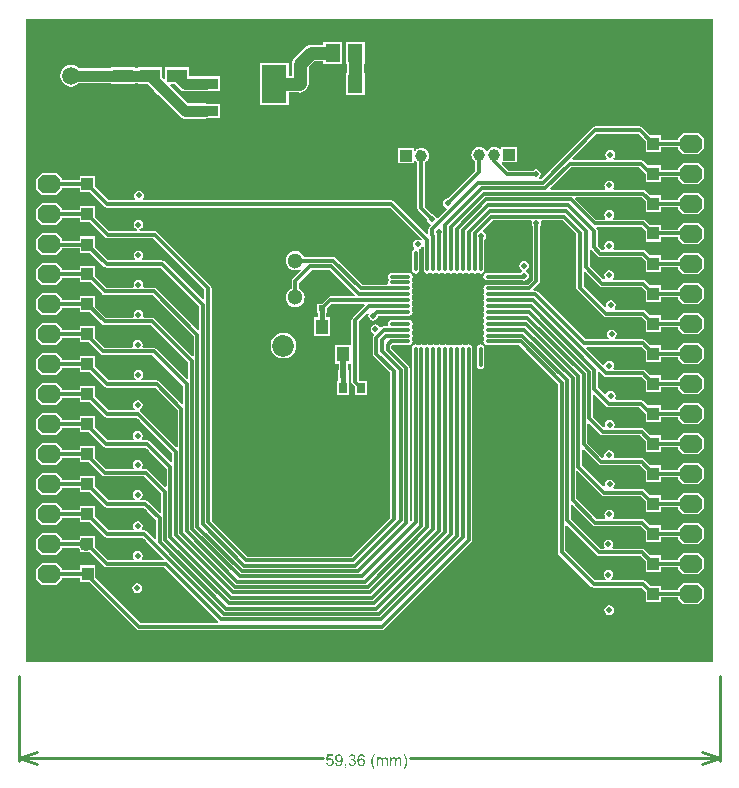
<source format=gtl>
G04*
G04 #@! TF.GenerationSoftware,Altium Limited,Altium Designer,22.3.1 (43)*
G04*
G04 Layer_Physical_Order=1*
G04 Layer_Color=255*
%FSLAX25Y25*%
%MOIN*%
G70*
G04*
G04 #@! TF.SameCoordinates,37EF6849-63C4-43C5-BECF-61DC3FF8894A*
G04*
G04*
G04 #@! TF.FilePolarity,Positive*
G04*
G01*
G75*
%ADD15C,0.01000*%
%ADD17O,0.07087X0.01181*%
%ADD18O,0.01181X0.07087*%
%ADD19R,0.02756X0.03543*%
%ADD20R,0.02362X0.01968*%
%ADD21R,0.04331X0.05118*%
%ADD22R,0.03937X0.04331*%
%ADD23R,0.06693X0.04331*%
%ADD24R,0.08465X0.03740*%
%ADD25R,0.08465X0.12795*%
%ADD26R,0.05118X0.06299*%
%ADD46C,0.01181*%
%ADD47C,0.03937*%
%ADD48C,0.01190*%
%ADD49C,0.01180*%
%ADD50C,0.01968*%
%ADD51C,0.01600*%
%ADD52C,0.03740*%
%ADD53C,0.04300*%
%ADD54R,0.03937X0.03937*%
%ADD55C,0.03937*%
%ADD56C,0.05118*%
%ADD57C,0.07284*%
%ADD58R,0.07284X0.07284*%
G04:AMPARAMS|DCode=59|XSize=75mil|YSize=60mil|CornerRadius=0mil|HoleSize=0mil|Usage=FLASHONLY|Rotation=180.000|XOffset=0mil|YOffset=0mil|HoleType=Round|Shape=Octagon|*
%AMOCTAGOND59*
4,1,8,-0.03750,0.01500,-0.03750,-0.01500,-0.02250,-0.03000,0.02250,-0.03000,0.03750,-0.01500,0.03750,0.01500,0.02250,0.03000,-0.02250,0.03000,-0.03750,0.01500,0.0*
%
%ADD59OCTAGOND59*%

%ADD60R,0.05906X0.05906*%
%ADD61C,0.05906*%
%ADD62C,0.02000*%
G36*
X231457Y25543D02*
X2243D01*
Y239757D01*
X231457D01*
X231457Y25543D01*
D02*
G37*
G36*
X114221Y-5368D02*
X114260D01*
X114304Y-5374D01*
X114410Y-5396D01*
X114526Y-5424D01*
X114648Y-5468D01*
X114770Y-5534D01*
X114832Y-5573D01*
X114887Y-5618D01*
X114893Y-5623D01*
X114898Y-5629D01*
X114915Y-5646D01*
X114931Y-5662D01*
X114959Y-5690D01*
X114981Y-5723D01*
X115042Y-5801D01*
X115103Y-5901D01*
X115159Y-6023D01*
X115209Y-6162D01*
X115242Y-6317D01*
X114770Y-6356D01*
Y-6350D01*
X114765Y-6345D01*
X114759Y-6312D01*
X114743Y-6261D01*
X114721Y-6200D01*
X114698Y-6134D01*
X114665Y-6067D01*
X114626Y-6006D01*
X114587Y-5956D01*
X114576Y-5945D01*
X114554Y-5923D01*
X114515Y-5890D01*
X114460Y-5851D01*
X114388Y-5818D01*
X114310Y-5784D01*
X114216Y-5762D01*
X114116Y-5751D01*
X114077D01*
X114032Y-5756D01*
X113982Y-5768D01*
X113916Y-5784D01*
X113849Y-5807D01*
X113783Y-5834D01*
X113716Y-5879D01*
X113705Y-5884D01*
X113677Y-5906D01*
X113638Y-5945D01*
X113588Y-6001D01*
X113533Y-6067D01*
X113472Y-6145D01*
X113416Y-6245D01*
X113361Y-6356D01*
Y-6361D01*
X113355Y-6373D01*
X113350Y-6389D01*
X113339Y-6411D01*
X113333Y-6445D01*
X113322Y-6483D01*
X113311Y-6528D01*
X113300Y-6583D01*
X113283Y-6645D01*
X113272Y-6711D01*
X113261Y-6783D01*
X113255Y-6861D01*
X113244Y-6950D01*
X113239Y-7039D01*
X113233Y-7139D01*
Y-7238D01*
X113239Y-7233D01*
X113261Y-7199D01*
X113300Y-7155D01*
X113350Y-7100D01*
X113405Y-7033D01*
X113477Y-6972D01*
X113555Y-6911D01*
X113644Y-6855D01*
X113649D01*
X113655Y-6850D01*
X113688Y-6833D01*
X113738Y-6816D01*
X113805Y-6789D01*
X113883Y-6767D01*
X113971Y-6750D01*
X114066Y-6733D01*
X114166Y-6728D01*
X114210D01*
X114243Y-6733D01*
X114288Y-6739D01*
X114332Y-6744D01*
X114388Y-6756D01*
X114443Y-6772D01*
X114571Y-6811D01*
X114637Y-6839D01*
X114704Y-6878D01*
X114770Y-6916D01*
X114843Y-6961D01*
X114909Y-7016D01*
X114970Y-7077D01*
X114976Y-7083D01*
X114987Y-7094D01*
X115004Y-7111D01*
X115020Y-7139D01*
X115048Y-7177D01*
X115076Y-7216D01*
X115103Y-7266D01*
X115137Y-7322D01*
X115170Y-7383D01*
X115198Y-7449D01*
X115226Y-7527D01*
X115253Y-7605D01*
X115270Y-7688D01*
X115287Y-7782D01*
X115298Y-7877D01*
X115303Y-7976D01*
Y-7982D01*
Y-7993D01*
Y-8010D01*
Y-8038D01*
X115298Y-8071D01*
Y-8104D01*
X115281Y-8193D01*
X115264Y-8298D01*
X115237Y-8409D01*
X115198Y-8531D01*
X115142Y-8648D01*
Y-8654D01*
X115137Y-8659D01*
X115126Y-8676D01*
X115115Y-8698D01*
X115081Y-8754D01*
X115031Y-8826D01*
X114970Y-8903D01*
X114898Y-8981D01*
X114809Y-9059D01*
X114715Y-9125D01*
X114709D01*
X114704Y-9131D01*
X114687Y-9142D01*
X114665Y-9148D01*
X114610Y-9175D01*
X114537Y-9203D01*
X114443Y-9236D01*
X114338Y-9258D01*
X114221Y-9281D01*
X114093Y-9286D01*
X114066D01*
X114038Y-9281D01*
X113994D01*
X113944Y-9275D01*
X113888Y-9264D01*
X113821Y-9247D01*
X113755Y-9231D01*
X113677Y-9209D01*
X113600Y-9181D01*
X113522Y-9148D01*
X113438Y-9103D01*
X113361Y-9053D01*
X113283Y-8998D01*
X113205Y-8931D01*
X113133Y-8853D01*
X113128Y-8848D01*
X113117Y-8831D01*
X113100Y-8809D01*
X113078Y-8770D01*
X113045Y-8720D01*
X113017Y-8665D01*
X112983Y-8592D01*
X112950Y-8515D01*
X112911Y-8421D01*
X112878Y-8315D01*
X112850Y-8198D01*
X112822Y-8071D01*
X112795Y-7927D01*
X112778Y-7771D01*
X112767Y-7605D01*
X112761Y-7427D01*
Y-7422D01*
Y-7416D01*
Y-7399D01*
Y-7377D01*
X112767Y-7322D01*
Y-7244D01*
X112773Y-7155D01*
X112784Y-7050D01*
X112795Y-6933D01*
X112811Y-6805D01*
X112834Y-6678D01*
X112861Y-6539D01*
X112895Y-6406D01*
X112934Y-6273D01*
X112983Y-6145D01*
X113039Y-6023D01*
X113100Y-5906D01*
X113172Y-5807D01*
X113178Y-5801D01*
X113189Y-5790D01*
X113211Y-5768D01*
X113239Y-5734D01*
X113272Y-5701D01*
X113316Y-5668D01*
X113372Y-5623D01*
X113427Y-5584D01*
X113494Y-5546D01*
X113566Y-5501D01*
X113649Y-5468D01*
X113733Y-5429D01*
X113827Y-5401D01*
X113927Y-5379D01*
X114032Y-5368D01*
X114143Y-5362D01*
X114188D01*
X114221Y-5368D01*
D02*
G37*
G36*
X126636Y-6378D02*
X126675D01*
X126714Y-6384D01*
X126809Y-6400D01*
X126908Y-6428D01*
X127014Y-6472D01*
X127119Y-6528D01*
X127208Y-6606D01*
X127219Y-6617D01*
X127241Y-6650D01*
X127280Y-6700D01*
X127297Y-6739D01*
X127319Y-6778D01*
X127341Y-6828D01*
X127358Y-6878D01*
X127380Y-6933D01*
X127397Y-7000D01*
X127408Y-7066D01*
X127419Y-7144D01*
X127430Y-7222D01*
Y-7310D01*
Y-9220D01*
X126958D01*
Y-7472D01*
Y-7466D01*
Y-7460D01*
Y-7427D01*
Y-7377D01*
X126953Y-7316D01*
X126947Y-7249D01*
X126942Y-7183D01*
X126931Y-7116D01*
X126914Y-7066D01*
Y-7061D01*
X126903Y-7044D01*
X126892Y-7022D01*
X126875Y-6994D01*
X126853Y-6961D01*
X126825Y-6927D01*
X126792Y-6894D01*
X126747Y-6861D01*
X126742Y-6855D01*
X126725Y-6850D01*
X126703Y-6839D01*
X126664Y-6822D01*
X126625Y-6805D01*
X126575Y-6794D01*
X126525Y-6789D01*
X126464Y-6783D01*
X126437D01*
X126414Y-6789D01*
X126359Y-6794D01*
X126292Y-6805D01*
X126215Y-6833D01*
X126131Y-6866D01*
X126048Y-6916D01*
X125970Y-6983D01*
X125965Y-6994D01*
X125943Y-7022D01*
X125909Y-7066D01*
X125876Y-7133D01*
X125837Y-7222D01*
X125810Y-7327D01*
X125787Y-7455D01*
X125776Y-7605D01*
Y-9220D01*
X125304D01*
Y-7416D01*
Y-7410D01*
Y-7399D01*
Y-7388D01*
Y-7366D01*
X125299Y-7305D01*
X125288Y-7238D01*
X125277Y-7161D01*
X125254Y-7083D01*
X125227Y-7011D01*
X125188Y-6944D01*
X125182Y-6939D01*
X125166Y-6916D01*
X125138Y-6894D01*
X125099Y-6861D01*
X125049Y-6833D01*
X124983Y-6805D01*
X124905Y-6789D01*
X124811Y-6783D01*
X124777D01*
X124738Y-6789D01*
X124694Y-6794D01*
X124638Y-6811D01*
X124572Y-6828D01*
X124511Y-6855D01*
X124444Y-6889D01*
X124439Y-6894D01*
X124416Y-6911D01*
X124389Y-6933D01*
X124350Y-6966D01*
X124311Y-7011D01*
X124272Y-7066D01*
X124233Y-7127D01*
X124200Y-7199D01*
X124194Y-7211D01*
X124189Y-7238D01*
X124178Y-7283D01*
X124161Y-7344D01*
X124144Y-7427D01*
X124133Y-7527D01*
X124128Y-7643D01*
X124122Y-7777D01*
Y-9220D01*
X123651D01*
Y-6434D01*
X124072D01*
Y-6833D01*
X124078Y-6822D01*
X124094Y-6800D01*
X124128Y-6761D01*
X124167Y-6717D01*
X124217Y-6661D01*
X124278Y-6606D01*
X124344Y-6550D01*
X124422Y-6500D01*
X124433Y-6495D01*
X124461Y-6478D01*
X124505Y-6461D01*
X124566Y-6434D01*
X124638Y-6411D01*
X124722Y-6395D01*
X124816Y-6378D01*
X124916Y-6373D01*
X124966D01*
X125027Y-6378D01*
X125093Y-6389D01*
X125177Y-6406D01*
X125260Y-6428D01*
X125343Y-6461D01*
X125421Y-6506D01*
X125432Y-6511D01*
X125454Y-6528D01*
X125488Y-6556D01*
X125532Y-6600D01*
X125576Y-6650D01*
X125626Y-6711D01*
X125671Y-6783D01*
X125704Y-6866D01*
X125710Y-6861D01*
X125721Y-6844D01*
X125737Y-6822D01*
X125765Y-6789D01*
X125798Y-6750D01*
X125837Y-6711D01*
X125882Y-6667D01*
X125937Y-6617D01*
X125998Y-6572D01*
X126059Y-6528D01*
X126131Y-6489D01*
X126209Y-6450D01*
X126292Y-6417D01*
X126381Y-6395D01*
X126470Y-6378D01*
X126570Y-6373D01*
X126609D01*
X126636Y-6378D01*
D02*
G37*
G36*
X122163D02*
X122202D01*
X122241Y-6384D01*
X122335Y-6400D01*
X122435Y-6428D01*
X122540Y-6472D01*
X122646Y-6528D01*
X122735Y-6606D01*
X122746Y-6617D01*
X122768Y-6650D01*
X122807Y-6700D01*
X122824Y-6739D01*
X122846Y-6778D01*
X122868Y-6828D01*
X122885Y-6878D01*
X122907Y-6933D01*
X122924Y-7000D01*
X122935Y-7066D01*
X122946Y-7144D01*
X122957Y-7222D01*
Y-7310D01*
Y-9220D01*
X122485D01*
Y-7472D01*
Y-7466D01*
Y-7460D01*
Y-7427D01*
Y-7377D01*
X122479Y-7316D01*
X122474Y-7249D01*
X122468Y-7183D01*
X122457Y-7116D01*
X122441Y-7066D01*
Y-7061D01*
X122430Y-7044D01*
X122418Y-7022D01*
X122402Y-6994D01*
X122380Y-6961D01*
X122352Y-6927D01*
X122318Y-6894D01*
X122274Y-6861D01*
X122269Y-6855D01*
X122252Y-6850D01*
X122230Y-6839D01*
X122191Y-6822D01*
X122152Y-6805D01*
X122102Y-6794D01*
X122052Y-6789D01*
X121991Y-6783D01*
X121963D01*
X121941Y-6789D01*
X121886Y-6794D01*
X121819Y-6805D01*
X121741Y-6833D01*
X121658Y-6866D01*
X121575Y-6916D01*
X121497Y-6983D01*
X121492Y-6994D01*
X121469Y-7022D01*
X121436Y-7066D01*
X121403Y-7133D01*
X121364Y-7222D01*
X121336Y-7327D01*
X121314Y-7455D01*
X121303Y-7605D01*
Y-9220D01*
X120831D01*
Y-7416D01*
Y-7410D01*
Y-7399D01*
Y-7388D01*
Y-7366D01*
X120826Y-7305D01*
X120815Y-7238D01*
X120803Y-7161D01*
X120781Y-7083D01*
X120753Y-7011D01*
X120715Y-6944D01*
X120709Y-6939D01*
X120692Y-6916D01*
X120665Y-6894D01*
X120626Y-6861D01*
X120576Y-6833D01*
X120509Y-6805D01*
X120431Y-6789D01*
X120337Y-6783D01*
X120304D01*
X120265Y-6789D01*
X120221Y-6794D01*
X120165Y-6811D01*
X120098Y-6828D01*
X120037Y-6855D01*
X119971Y-6889D01*
X119965Y-6894D01*
X119943Y-6911D01*
X119915Y-6933D01*
X119877Y-6966D01*
X119838Y-7011D01*
X119799Y-7066D01*
X119760Y-7127D01*
X119727Y-7199D01*
X119721Y-7211D01*
X119716Y-7238D01*
X119704Y-7283D01*
X119688Y-7344D01*
X119671Y-7427D01*
X119660Y-7527D01*
X119655Y-7643D01*
X119649Y-7777D01*
Y-9220D01*
X119177D01*
Y-6434D01*
X119599D01*
Y-6833D01*
X119605Y-6822D01*
X119621Y-6800D01*
X119655Y-6761D01*
X119693Y-6717D01*
X119743Y-6661D01*
X119804Y-6606D01*
X119871Y-6550D01*
X119949Y-6500D01*
X119960Y-6495D01*
X119987Y-6478D01*
X120032Y-6461D01*
X120093Y-6434D01*
X120165Y-6411D01*
X120248Y-6395D01*
X120343Y-6378D01*
X120443Y-6373D01*
X120493D01*
X120554Y-6378D01*
X120620Y-6389D01*
X120703Y-6406D01*
X120787Y-6428D01*
X120870Y-6461D01*
X120948Y-6506D01*
X120959Y-6511D01*
X120981Y-6528D01*
X121014Y-6556D01*
X121059Y-6600D01*
X121103Y-6650D01*
X121153Y-6711D01*
X121197Y-6783D01*
X121231Y-6866D01*
X121236Y-6861D01*
X121247Y-6844D01*
X121264Y-6822D01*
X121292Y-6789D01*
X121325Y-6750D01*
X121364Y-6711D01*
X121408Y-6667D01*
X121464Y-6617D01*
X121525Y-6572D01*
X121586Y-6528D01*
X121658Y-6489D01*
X121736Y-6450D01*
X121819Y-6417D01*
X121908Y-6395D01*
X121997Y-6378D01*
X122097Y-6373D01*
X122135D01*
X122163Y-6378D01*
D02*
G37*
G36*
X111119Y-5368D02*
X111191Y-5379D01*
X111280Y-5396D01*
X111380Y-5424D01*
X111479Y-5457D01*
X111579Y-5501D01*
X111585D01*
X111590Y-5507D01*
X111624Y-5523D01*
X111674Y-5557D01*
X111729Y-5596D01*
X111796Y-5651D01*
X111862Y-5712D01*
X111929Y-5784D01*
X111984Y-5867D01*
X111990Y-5879D01*
X112007Y-5906D01*
X112029Y-5956D01*
X112057Y-6017D01*
X112084Y-6089D01*
X112107Y-6173D01*
X112123Y-6267D01*
X112129Y-6361D01*
Y-6373D01*
Y-6406D01*
X112123Y-6450D01*
X112112Y-6511D01*
X112095Y-6583D01*
X112068Y-6661D01*
X112034Y-6739D01*
X111990Y-6816D01*
X111984Y-6828D01*
X111968Y-6850D01*
X111934Y-6889D01*
X111890Y-6933D01*
X111835Y-6983D01*
X111768Y-7039D01*
X111690Y-7089D01*
X111596Y-7139D01*
X111601D01*
X111613Y-7144D01*
X111629Y-7150D01*
X111651Y-7155D01*
X111713Y-7177D01*
X111790Y-7211D01*
X111879Y-7255D01*
X111968Y-7310D01*
X112051Y-7383D01*
X112129Y-7466D01*
X112134Y-7477D01*
X112156Y-7510D01*
X112190Y-7566D01*
X112223Y-7638D01*
X112256Y-7727D01*
X112290Y-7832D01*
X112312Y-7954D01*
X112317Y-8088D01*
Y-8093D01*
Y-8110D01*
Y-8137D01*
X112312Y-8171D01*
X112306Y-8215D01*
X112295Y-8265D01*
X112284Y-8321D01*
X112273Y-8382D01*
X112229Y-8515D01*
X112195Y-8587D01*
X112162Y-8654D01*
X112118Y-8726D01*
X112068Y-8798D01*
X112012Y-8870D01*
X111946Y-8937D01*
X111940Y-8942D01*
X111929Y-8953D01*
X111907Y-8970D01*
X111879Y-8992D01*
X111846Y-9020D01*
X111801Y-9048D01*
X111751Y-9081D01*
X111690Y-9109D01*
X111629Y-9142D01*
X111557Y-9175D01*
X111485Y-9203D01*
X111402Y-9231D01*
X111313Y-9253D01*
X111219Y-9270D01*
X111124Y-9281D01*
X111019Y-9286D01*
X110969D01*
X110935Y-9281D01*
X110891Y-9275D01*
X110841Y-9270D01*
X110786Y-9258D01*
X110725Y-9247D01*
X110591Y-9214D01*
X110453Y-9159D01*
X110380Y-9125D01*
X110314Y-9087D01*
X110247Y-9037D01*
X110181Y-8987D01*
X110175Y-8981D01*
X110164Y-8970D01*
X110147Y-8953D01*
X110131Y-8931D01*
X110103Y-8903D01*
X110075Y-8864D01*
X110042Y-8826D01*
X110009Y-8776D01*
X109975Y-8720D01*
X109942Y-8665D01*
X109881Y-8531D01*
X109831Y-8376D01*
X109814Y-8293D01*
X109803Y-8204D01*
X110275Y-8143D01*
Y-8149D01*
X110281Y-8160D01*
X110286Y-8182D01*
X110292Y-8210D01*
X110297Y-8243D01*
X110308Y-8282D01*
X110336Y-8365D01*
X110375Y-8465D01*
X110425Y-8559D01*
X110480Y-8648D01*
X110547Y-8726D01*
X110558Y-8731D01*
X110580Y-8754D01*
X110625Y-8781D01*
X110680Y-8809D01*
X110747Y-8842D01*
X110830Y-8870D01*
X110924Y-8892D01*
X111024Y-8898D01*
X111058D01*
X111080Y-8892D01*
X111141Y-8887D01*
X111219Y-8870D01*
X111307Y-8842D01*
X111402Y-8803D01*
X111496Y-8748D01*
X111585Y-8670D01*
X111596Y-8659D01*
X111624Y-8626D01*
X111657Y-8576D01*
X111701Y-8509D01*
X111746Y-8426D01*
X111779Y-8332D01*
X111807Y-8221D01*
X111818Y-8099D01*
Y-8093D01*
Y-8082D01*
Y-8065D01*
X111812Y-8043D01*
X111807Y-7982D01*
X111790Y-7910D01*
X111768Y-7821D01*
X111729Y-7732D01*
X111674Y-7643D01*
X111601Y-7560D01*
X111590Y-7549D01*
X111563Y-7527D01*
X111518Y-7494D01*
X111457Y-7455D01*
X111380Y-7416D01*
X111285Y-7383D01*
X111180Y-7361D01*
X111063Y-7349D01*
X111013D01*
X110974Y-7355D01*
X110924Y-7361D01*
X110869Y-7372D01*
X110802Y-7383D01*
X110730Y-7399D01*
X110786Y-6983D01*
X110813D01*
X110836Y-6989D01*
X110908D01*
X110969Y-6978D01*
X111041Y-6966D01*
X111124Y-6950D01*
X111219Y-6922D01*
X111307Y-6883D01*
X111402Y-6833D01*
X111407D01*
X111413Y-6828D01*
X111441Y-6805D01*
X111479Y-6767D01*
X111524Y-6717D01*
X111568Y-6645D01*
X111607Y-6561D01*
X111635Y-6467D01*
X111646Y-6411D01*
Y-6350D01*
Y-6345D01*
Y-6339D01*
Y-6306D01*
X111635Y-6261D01*
X111624Y-6200D01*
X111601Y-6134D01*
X111574Y-6062D01*
X111529Y-5990D01*
X111468Y-5923D01*
X111463Y-5917D01*
X111435Y-5895D01*
X111396Y-5867D01*
X111346Y-5834D01*
X111280Y-5807D01*
X111202Y-5779D01*
X111113Y-5756D01*
X111013Y-5751D01*
X110969D01*
X110919Y-5762D01*
X110852Y-5773D01*
X110780Y-5795D01*
X110708Y-5823D01*
X110630Y-5867D01*
X110558Y-5923D01*
X110553Y-5928D01*
X110530Y-5956D01*
X110497Y-5995D01*
X110458Y-6051D01*
X110419Y-6123D01*
X110380Y-6212D01*
X110347Y-6317D01*
X110325Y-6439D01*
X109853Y-6356D01*
Y-6350D01*
X109859Y-6334D01*
X109864Y-6312D01*
X109870Y-6278D01*
X109881Y-6239D01*
X109898Y-6195D01*
X109931Y-6089D01*
X109986Y-5967D01*
X110053Y-5845D01*
X110136Y-5729D01*
X110242Y-5623D01*
X110247Y-5618D01*
X110258Y-5612D01*
X110275Y-5601D01*
X110297Y-5584D01*
X110325Y-5562D01*
X110364Y-5540D01*
X110403Y-5518D01*
X110453Y-5490D01*
X110564Y-5446D01*
X110691Y-5401D01*
X110841Y-5374D01*
X110919Y-5362D01*
X111058D01*
X111119Y-5368D01*
D02*
G37*
G36*
X106590D02*
X106618D01*
X106656Y-5374D01*
X106751Y-5390D01*
X106856Y-5412D01*
X106973Y-5451D01*
X107089Y-5501D01*
X107206Y-5568D01*
X107211D01*
X107217Y-5579D01*
X107234Y-5590D01*
X107256Y-5607D01*
X107311Y-5651D01*
X107384Y-5712D01*
X107456Y-5795D01*
X107539Y-5895D01*
X107611Y-6012D01*
X107678Y-6145D01*
Y-6151D01*
X107683Y-6162D01*
X107694Y-6184D01*
X107705Y-6212D01*
X107717Y-6250D01*
X107733Y-6300D01*
X107744Y-6356D01*
X107761Y-6417D01*
X107778Y-6489D01*
X107794Y-6572D01*
X107805Y-6661D01*
X107816Y-6756D01*
X107827Y-6861D01*
X107839Y-6972D01*
X107844Y-7094D01*
Y-7222D01*
Y-7227D01*
Y-7255D01*
Y-7294D01*
Y-7344D01*
X107839Y-7405D01*
Y-7477D01*
X107833Y-7560D01*
X107822Y-7643D01*
X107805Y-7832D01*
X107778Y-8032D01*
X107739Y-8221D01*
X107711Y-8315D01*
X107683Y-8398D01*
Y-8404D01*
X107678Y-8415D01*
X107667Y-8437D01*
X107655Y-8470D01*
X107639Y-8504D01*
X107617Y-8548D01*
X107561Y-8642D01*
X107494Y-8748D01*
X107417Y-8859D01*
X107317Y-8964D01*
X107206Y-9059D01*
X107200D01*
X107189Y-9070D01*
X107173Y-9081D01*
X107150Y-9092D01*
X107117Y-9109D01*
X107084Y-9131D01*
X107039Y-9153D01*
X106995Y-9170D01*
X106889Y-9214D01*
X106762Y-9253D01*
X106623Y-9275D01*
X106468Y-9286D01*
X106423D01*
X106396Y-9281D01*
X106357D01*
X106312Y-9275D01*
X106207Y-9253D01*
X106090Y-9225D01*
X105968Y-9181D01*
X105846Y-9120D01*
X105785Y-9081D01*
X105730Y-9037D01*
X105724Y-9031D01*
X105719Y-9025D01*
X105702Y-9009D01*
X105685Y-8992D01*
X105663Y-8964D01*
X105635Y-8931D01*
X105580Y-8853D01*
X105524Y-8754D01*
X105469Y-8631D01*
X105424Y-8493D01*
X105391Y-8332D01*
X105846Y-8293D01*
Y-8298D01*
X105852Y-8309D01*
Y-8321D01*
X105857Y-8343D01*
X105874Y-8404D01*
X105896Y-8470D01*
X105924Y-8548D01*
X105963Y-8626D01*
X106007Y-8698D01*
X106063Y-8759D01*
X106068Y-8765D01*
X106090Y-8781D01*
X106129Y-8803D01*
X106174Y-8826D01*
X106235Y-8853D01*
X106307Y-8876D01*
X106390Y-8892D01*
X106479Y-8898D01*
X106518D01*
X106556Y-8892D01*
X106606Y-8887D01*
X106667Y-8876D01*
X106729Y-8859D01*
X106795Y-8837D01*
X106856Y-8803D01*
X106862Y-8798D01*
X106884Y-8787D01*
X106917Y-8765D01*
X106951Y-8731D01*
X106995Y-8692D01*
X107039Y-8648D01*
X107084Y-8598D01*
X107128Y-8537D01*
X107134Y-8531D01*
X107145Y-8504D01*
X107167Y-8465D01*
X107189Y-8415D01*
X107217Y-8348D01*
X107245Y-8271D01*
X107273Y-8182D01*
X107300Y-8082D01*
Y-8076D01*
X107306Y-8071D01*
Y-8054D01*
X107311Y-8032D01*
X107322Y-7976D01*
X107339Y-7904D01*
X107350Y-7816D01*
X107361Y-7721D01*
X107367Y-7616D01*
X107372Y-7505D01*
Y-7499D01*
Y-7483D01*
Y-7455D01*
Y-7410D01*
X107367Y-7422D01*
X107345Y-7449D01*
X107311Y-7488D01*
X107273Y-7544D01*
X107217Y-7599D01*
X107150Y-7660D01*
X107073Y-7721D01*
X106984Y-7777D01*
X106973Y-7782D01*
X106939Y-7799D01*
X106889Y-7821D01*
X106828Y-7843D01*
X106745Y-7871D01*
X106656Y-7893D01*
X106556Y-7910D01*
X106451Y-7915D01*
X106407D01*
X106373Y-7910D01*
X106329Y-7904D01*
X106285Y-7899D01*
X106229Y-7888D01*
X106174Y-7871D01*
X106046Y-7832D01*
X105979Y-7804D01*
X105913Y-7771D01*
X105841Y-7732D01*
X105774Y-7682D01*
X105707Y-7632D01*
X105646Y-7571D01*
X105641Y-7566D01*
X105630Y-7555D01*
X105619Y-7538D01*
X105596Y-7510D01*
X105569Y-7472D01*
X105541Y-7433D01*
X105513Y-7383D01*
X105485Y-7327D01*
X105452Y-7266D01*
X105424Y-7199D01*
X105397Y-7122D01*
X105369Y-7044D01*
X105347Y-6955D01*
X105335Y-6861D01*
X105324Y-6767D01*
X105319Y-6661D01*
Y-6656D01*
Y-6633D01*
Y-6606D01*
X105324Y-6567D01*
X105330Y-6517D01*
X105335Y-6456D01*
X105347Y-6395D01*
X105363Y-6323D01*
X105402Y-6178D01*
X105430Y-6101D01*
X105463Y-6017D01*
X105502Y-5940D01*
X105552Y-5867D01*
X105602Y-5790D01*
X105663Y-5723D01*
X105668Y-5718D01*
X105680Y-5707D01*
X105696Y-5690D01*
X105724Y-5668D01*
X105757Y-5640D01*
X105802Y-5607D01*
X105846Y-5579D01*
X105902Y-5540D01*
X105957Y-5507D01*
X106024Y-5479D01*
X106174Y-5418D01*
X106251Y-5396D01*
X106340Y-5379D01*
X106429Y-5368D01*
X106523Y-5362D01*
X106562D01*
X106590Y-5368D01*
D02*
G37*
G36*
X104697Y-5879D02*
X103160D01*
X102955Y-6916D01*
X102960Y-6911D01*
X102971Y-6905D01*
X102988Y-6894D01*
X103016Y-6878D01*
X103049Y-6861D01*
X103088Y-6839D01*
X103177Y-6794D01*
X103288Y-6750D01*
X103410Y-6711D01*
X103543Y-6683D01*
X103610Y-6672D01*
X103732D01*
X103765Y-6678D01*
X103809Y-6683D01*
X103859Y-6689D01*
X103915Y-6700D01*
X103976Y-6717D01*
X104109Y-6756D01*
X104181Y-6783D01*
X104253Y-6822D01*
X104325Y-6861D01*
X104398Y-6905D01*
X104464Y-6961D01*
X104531Y-7022D01*
X104536Y-7028D01*
X104547Y-7039D01*
X104564Y-7055D01*
X104586Y-7083D01*
X104614Y-7122D01*
X104642Y-7161D01*
X104675Y-7211D01*
X104708Y-7266D01*
X104736Y-7327D01*
X104769Y-7394D01*
X104797Y-7472D01*
X104825Y-7549D01*
X104847Y-7632D01*
X104864Y-7727D01*
X104875Y-7821D01*
X104880Y-7921D01*
Y-7927D01*
Y-7943D01*
Y-7971D01*
X104875Y-8010D01*
X104869Y-8054D01*
X104864Y-8104D01*
X104853Y-8165D01*
X104842Y-8226D01*
X104808Y-8371D01*
X104753Y-8520D01*
X104719Y-8598D01*
X104675Y-8670D01*
X104631Y-8748D01*
X104575Y-8820D01*
X104570Y-8826D01*
X104559Y-8842D01*
X104536Y-8864D01*
X104509Y-8892D01*
X104470Y-8925D01*
X104425Y-8970D01*
X104370Y-9009D01*
X104309Y-9053D01*
X104242Y-9098D01*
X104165Y-9137D01*
X104081Y-9175D01*
X103992Y-9214D01*
X103898Y-9242D01*
X103793Y-9264D01*
X103682Y-9281D01*
X103565Y-9286D01*
X103515D01*
X103476Y-9281D01*
X103432Y-9275D01*
X103382Y-9270D01*
X103321Y-9264D01*
X103260Y-9247D01*
X103121Y-9214D01*
X102982Y-9164D01*
X102910Y-9131D01*
X102838Y-9092D01*
X102771Y-9048D01*
X102705Y-8998D01*
X102699Y-8992D01*
X102688Y-8987D01*
X102677Y-8964D01*
X102655Y-8942D01*
X102627Y-8914D01*
X102599Y-8881D01*
X102566Y-8837D01*
X102538Y-8787D01*
X102505Y-8737D01*
X102472Y-8676D01*
X102411Y-8543D01*
X102361Y-8387D01*
X102344Y-8304D01*
X102333Y-8215D01*
X102827Y-8176D01*
Y-8182D01*
Y-8193D01*
X102832Y-8210D01*
X102838Y-8237D01*
X102855Y-8298D01*
X102877Y-8382D01*
X102910Y-8465D01*
X102955Y-8559D01*
X103010Y-8642D01*
X103077Y-8720D01*
X103088Y-8726D01*
X103110Y-8748D01*
X103154Y-8776D01*
X103215Y-8809D01*
X103282Y-8842D01*
X103365Y-8870D01*
X103460Y-8892D01*
X103565Y-8898D01*
X103598D01*
X103621Y-8892D01*
X103687Y-8887D01*
X103765Y-8864D01*
X103859Y-8837D01*
X103954Y-8792D01*
X104053Y-8726D01*
X104098Y-8687D01*
X104142Y-8642D01*
X104148Y-8637D01*
X104153Y-8631D01*
X104165Y-8615D01*
X104181Y-8598D01*
X104220Y-8537D01*
X104264Y-8459D01*
X104303Y-8365D01*
X104342Y-8248D01*
X104370Y-8110D01*
X104381Y-8038D01*
Y-7960D01*
Y-7954D01*
Y-7943D01*
Y-7921D01*
X104375Y-7893D01*
Y-7860D01*
X104370Y-7821D01*
X104353Y-7732D01*
X104325Y-7627D01*
X104287Y-7521D01*
X104231Y-7422D01*
X104153Y-7327D01*
Y-7322D01*
X104142Y-7316D01*
X104114Y-7288D01*
X104065Y-7249D01*
X103998Y-7205D01*
X103909Y-7166D01*
X103809Y-7127D01*
X103693Y-7100D01*
X103626Y-7089D01*
X103521D01*
X103476Y-7094D01*
X103421Y-7100D01*
X103354Y-7116D01*
X103288Y-7133D01*
X103215Y-7161D01*
X103143Y-7194D01*
X103138Y-7199D01*
X103115Y-7211D01*
X103082Y-7238D01*
X103038Y-7266D01*
X102993Y-7305D01*
X102949Y-7355D01*
X102899Y-7405D01*
X102860Y-7466D01*
X102416Y-7405D01*
X102788Y-5429D01*
X104697D01*
Y-5879D01*
D02*
G37*
G36*
X109098Y-9220D02*
Y-9225D01*
Y-9231D01*
Y-9247D01*
Y-9270D01*
X109093Y-9320D01*
X109087Y-9392D01*
X109071Y-9464D01*
X109054Y-9547D01*
X109026Y-9625D01*
X108993Y-9697D01*
X108987Y-9702D01*
X108971Y-9725D01*
X108949Y-9758D01*
X108910Y-9803D01*
X108865Y-9847D01*
X108810Y-9891D01*
X108738Y-9941D01*
X108660Y-9980D01*
X108527Y-9780D01*
X108532Y-9775D01*
X108549Y-9769D01*
X108577Y-9753D01*
X108610Y-9730D01*
X108643Y-9702D01*
X108682Y-9669D01*
X108715Y-9630D01*
X108743Y-9586D01*
X108749Y-9580D01*
X108754Y-9564D01*
X108765Y-9531D01*
X108782Y-9492D01*
X108793Y-9442D01*
X108810Y-9375D01*
X108821Y-9303D01*
X108826Y-9220D01*
X108560D01*
Y-8681D01*
X109098D01*
Y-9220D01*
D02*
G37*
G36*
X128446Y-5318D02*
X128462Y-5340D01*
X128485Y-5379D01*
X128518Y-5424D01*
X128562Y-5485D01*
X128607Y-5557D01*
X128657Y-5634D01*
X128712Y-5723D01*
X128773Y-5823D01*
X128829Y-5928D01*
X128890Y-6034D01*
X128951Y-6151D01*
X129062Y-6389D01*
X129117Y-6517D01*
X129162Y-6639D01*
Y-6645D01*
X129173Y-6667D01*
X129178Y-6695D01*
X129195Y-6739D01*
X129212Y-6789D01*
X129228Y-6850D01*
X129245Y-6922D01*
X129267Y-7000D01*
X129284Y-7089D01*
X129300Y-7183D01*
X129317Y-7277D01*
X129334Y-7383D01*
X129356Y-7605D01*
X129367Y-7832D01*
Y-7838D01*
Y-7865D01*
Y-7904D01*
X129361Y-7954D01*
Y-8015D01*
X129350Y-8093D01*
X129345Y-8176D01*
X129334Y-8271D01*
X129317Y-8371D01*
X129300Y-8482D01*
X129251Y-8709D01*
X129223Y-8831D01*
X129184Y-8953D01*
X129145Y-9081D01*
X129095Y-9203D01*
X129089Y-9209D01*
X129084Y-9231D01*
X129067Y-9264D01*
X129045Y-9314D01*
X129023Y-9369D01*
X128990Y-9436D01*
X128951Y-9508D01*
X128912Y-9591D01*
X128867Y-9680D01*
X128818Y-9769D01*
X128707Y-9963D01*
X128579Y-10163D01*
X128440Y-10352D01*
X128102D01*
Y-10346D01*
X128113Y-10335D01*
X128124Y-10319D01*
X128135Y-10296D01*
X128152Y-10263D01*
X128174Y-10230D01*
X128196Y-10185D01*
X128224Y-10136D01*
X128285Y-10024D01*
X128351Y-9886D01*
X128418Y-9736D01*
X128496Y-9564D01*
X128568Y-9381D01*
X128634Y-9186D01*
X128701Y-8975D01*
X128762Y-8759D01*
X128812Y-8537D01*
X128851Y-8304D01*
X128873Y-8071D01*
X128884Y-7832D01*
Y-7827D01*
Y-7810D01*
Y-7782D01*
Y-7749D01*
X128879Y-7705D01*
Y-7649D01*
X128873Y-7594D01*
X128867Y-7527D01*
X128862Y-7455D01*
X128856Y-7377D01*
X128834Y-7216D01*
X128806Y-7039D01*
X128768Y-6855D01*
Y-6850D01*
X128762Y-6839D01*
X128756Y-6816D01*
X128751Y-6789D01*
X128740Y-6756D01*
X128729Y-6711D01*
X128701Y-6611D01*
X128668Y-6500D01*
X128623Y-6373D01*
X128573Y-6234D01*
X128518Y-6101D01*
Y-6095D01*
X128512Y-6089D01*
X128507Y-6073D01*
X128496Y-6056D01*
X128485Y-6028D01*
X128468Y-5995D01*
X128451Y-5962D01*
X128429Y-5912D01*
X128401Y-5862D01*
X128374Y-5807D01*
X128340Y-5740D01*
X128301Y-5668D01*
X128257Y-5590D01*
X128213Y-5507D01*
X128157Y-5412D01*
X128102Y-5313D01*
X128440D01*
X128446Y-5318D01*
D02*
G37*
G36*
X118628D02*
X118622Y-5335D01*
X118606Y-5362D01*
X118583Y-5401D01*
X118556Y-5446D01*
X118528Y-5501D01*
X118461Y-5618D01*
X118389Y-5745D01*
X118323Y-5873D01*
X118256Y-5995D01*
X118234Y-6045D01*
X118211Y-6095D01*
Y-6101D01*
X118206Y-6112D01*
X118195Y-6128D01*
X118184Y-6156D01*
X118173Y-6189D01*
X118156Y-6228D01*
X118139Y-6273D01*
X118123Y-6323D01*
X118078Y-6439D01*
X118040Y-6567D01*
X118001Y-6706D01*
X117962Y-6850D01*
Y-6855D01*
X117956Y-6872D01*
X117951Y-6900D01*
X117945Y-6933D01*
X117934Y-6978D01*
X117929Y-7033D01*
X117917Y-7089D01*
X117906Y-7155D01*
X117895Y-7227D01*
X117884Y-7305D01*
X117867Y-7472D01*
X117856Y-7649D01*
X117851Y-7832D01*
Y-7838D01*
Y-7849D01*
Y-7865D01*
Y-7888D01*
X117856Y-7921D01*
Y-7954D01*
X117862Y-7999D01*
Y-8049D01*
X117873Y-8165D01*
X117890Y-8298D01*
X117917Y-8454D01*
X117951Y-8620D01*
X117990Y-8803D01*
X118040Y-9003D01*
X118106Y-9214D01*
X118184Y-9431D01*
X118273Y-9653D01*
X118372Y-9886D01*
X118495Y-10119D01*
X118633Y-10352D01*
X118295D01*
X118289Y-10346D01*
X118278Y-10330D01*
X118256Y-10302D01*
X118228Y-10263D01*
X118195Y-10219D01*
X118156Y-10163D01*
X118112Y-10097D01*
X118067Y-10024D01*
X118012Y-9941D01*
X117962Y-9852D01*
X117906Y-9758D01*
X117851Y-9658D01*
X117795Y-9553D01*
X117740Y-9442D01*
X117634Y-9203D01*
X117629Y-9198D01*
X117623Y-9175D01*
X117612Y-9137D01*
X117596Y-9087D01*
X117573Y-9025D01*
X117551Y-8959D01*
X117529Y-8876D01*
X117501Y-8781D01*
X117479Y-8687D01*
X117451Y-8576D01*
X117429Y-8465D01*
X117412Y-8348D01*
X117379Y-8093D01*
X117374Y-7965D01*
X117368Y-7832D01*
Y-7827D01*
Y-7804D01*
Y-7771D01*
X117374Y-7727D01*
Y-7671D01*
X117379Y-7605D01*
X117385Y-7532D01*
X117396Y-7449D01*
X117401Y-7361D01*
X117418Y-7266D01*
X117451Y-7066D01*
X117501Y-6855D01*
X117568Y-6639D01*
X117573Y-6633D01*
X117579Y-6611D01*
X117590Y-6572D01*
X117612Y-6522D01*
X117634Y-6467D01*
X117668Y-6395D01*
X117707Y-6312D01*
X117745Y-6223D01*
X117795Y-6128D01*
X117845Y-6023D01*
X117906Y-5912D01*
X117973Y-5801D01*
X118045Y-5679D01*
X118123Y-5557D01*
X118206Y-5435D01*
X118295Y-5313D01*
X118633D01*
X118628Y-5318D01*
D02*
G37*
%LPC*%
G36*
X107719Y232150D02*
X101401D01*
Y231174D01*
X97300D01*
X96582Y231079D01*
X95913Y230802D01*
X95339Y230361D01*
X91739Y226761D01*
X91298Y226187D01*
X91021Y225518D01*
X90926Y224800D01*
Y220874D01*
X89832D01*
Y225098D01*
X80168D01*
Y211102D01*
X89832D01*
Y215326D01*
X92969D01*
X92982Y215321D01*
X93700Y215226D01*
X94418Y215321D01*
X95087Y215598D01*
X95661Y216039D01*
X96102Y216613D01*
X96379Y217282D01*
X96474Y218000D01*
Y223651D01*
X98449Y225626D01*
X101401D01*
Y224650D01*
X107719D01*
Y232150D01*
D02*
G37*
G36*
X17300Y224383D02*
X16373Y224261D01*
X15508Y223903D01*
X14766Y223334D01*
X14197Y222592D01*
X13839Y221727D01*
X13717Y220800D01*
X13839Y219873D01*
X14197Y219008D01*
X14766Y218266D01*
X15508Y217697D01*
X16373Y217339D01*
X17300Y217217D01*
X18227Y217339D01*
X19092Y217697D01*
X19834Y218266D01*
X19846Y218282D01*
X30654D01*
Y218035D01*
X38546D01*
Y218282D01*
X39654D01*
Y218035D01*
X42804D01*
X44993Y215846D01*
X45003Y215831D01*
X46450Y214384D01*
X46465Y214374D01*
X53574Y207264D01*
X54391Y206718D01*
X55355Y206526D01*
X62165D01*
X62409Y206575D01*
X66998D01*
Y211515D01*
X62409D01*
X62165Y211563D01*
X56398D01*
X50427Y217535D01*
X50634Y218035D01*
X51804D01*
X53519Y216319D01*
X53519Y216319D01*
X54336Y215773D01*
X55300Y215581D01*
X55300Y215581D01*
X62165D01*
X62409Y215630D01*
X66998D01*
Y220570D01*
X62409D01*
X62165Y220619D01*
X56546D01*
Y223565D01*
X48654D01*
Y220015D01*
X48154Y219808D01*
X47546Y220415D01*
Y223565D01*
X39654D01*
Y223319D01*
X38546D01*
Y223565D01*
X30654D01*
Y223319D01*
X19846D01*
X19834Y223334D01*
X19092Y223903D01*
X18227Y224261D01*
X17300Y224383D01*
D02*
G37*
G36*
X115199Y232150D02*
X108881D01*
Y224650D01*
X109266D01*
Y221850D01*
X108881D01*
Y214350D01*
X115199D01*
Y221850D01*
X114814D01*
Y224650D01*
X115199D01*
Y232150D01*
D02*
G37*
G36*
X206891Y203970D02*
X206891Y203970D01*
X192126D01*
X192126Y203970D01*
X191662Y203877D01*
X191268Y203614D01*
X191268Y203614D01*
X174006Y186352D01*
X173583Y186400D01*
X173526Y186535D01*
X173410Y186857D01*
X173751Y187368D01*
X173875Y187992D01*
X173751Y188616D01*
X173398Y189146D01*
X172868Y189499D01*
X172244Y189623D01*
X171620Y189499D01*
X171181Y189206D01*
X163092D01*
X160878Y191420D01*
X161085Y191920D01*
X161124Y191920D01*
X165915D01*
Y197057D01*
X160778D01*
Y196360D01*
X160278Y196190D01*
X160178Y196320D01*
X159642Y196732D01*
X159017Y196991D01*
X158346Y197079D01*
X157676Y196991D01*
X157051Y196732D01*
X156515Y196320D01*
X156121Y195808D01*
X155852Y195768D01*
X155841D01*
X155572Y195808D01*
X155178Y196320D01*
X154642Y196732D01*
X154017Y196991D01*
X153347Y197079D01*
X152676Y196991D01*
X152051Y196732D01*
X151515Y196320D01*
X151103Y195783D01*
X150844Y195159D01*
X150756Y194488D01*
X150844Y193818D01*
X151103Y193193D01*
X151515Y192656D01*
X152051Y192245D01*
X152054Y192244D01*
Y189204D01*
X142807Y179957D01*
X142289Y179854D01*
X141760Y179500D01*
X141406Y178971D01*
X141282Y178347D01*
X141406Y177722D01*
X141760Y177193D01*
X142289Y176839D01*
X142403Y176816D01*
X142568Y176274D01*
X139671Y173377D01*
X139128Y173541D01*
X139106Y173656D01*
X138752Y174185D01*
X138223Y174539D01*
X137705Y174642D01*
X135190Y177156D01*
Y191893D01*
X135272Y191927D01*
X135808Y192338D01*
X136220Y192875D01*
X136479Y193500D01*
X136567Y194170D01*
X136479Y194841D01*
X136220Y195465D01*
X135808Y196002D01*
X135272Y196414D01*
X134647Y196672D01*
X133976Y196761D01*
X133306Y196672D01*
X132935Y196519D01*
X132822Y196496D01*
X132727Y196432D01*
X132681Y196414D01*
X132565Y196324D01*
X132428Y196233D01*
X132410Y196205D01*
X132144Y196002D01*
X132045Y195872D01*
X131545Y196042D01*
Y196739D01*
X126408D01*
Y191602D01*
X131545D01*
Y192298D01*
X132045Y192468D01*
X132144Y192338D01*
X132681Y191927D01*
X132763Y191893D01*
Y176654D01*
X132763Y176654D01*
X132855Y176189D01*
X133118Y175795D01*
X135988Y172925D01*
X136091Y172407D01*
X136445Y171878D01*
X136974Y171524D01*
X137089Y171502D01*
X137253Y170959D01*
X136761Y170466D01*
X136497Y170073D01*
X136405Y169608D01*
X136405Y169608D01*
Y168125D01*
X135905Y167918D01*
X124908Y178914D01*
X124515Y179177D01*
X124050Y179270D01*
X124050Y179270D01*
X41293D01*
X41147Y179664D01*
X41126Y179770D01*
X41468Y180281D01*
X41592Y180905D01*
X41468Y181530D01*
X41114Y182059D01*
X40585Y182413D01*
X39961Y182537D01*
X39336Y182413D01*
X38807Y182059D01*
X38454Y181530D01*
X38329Y180905D01*
X38454Y180281D01*
X38795Y179770D01*
X38774Y179664D01*
X38629Y179270D01*
X29860D01*
X25282Y183848D01*
Y187465D01*
X20145D01*
Y185914D01*
X14450D01*
Y186500D01*
X12650Y188300D01*
X7550D01*
X5750Y186500D01*
Y182900D01*
X7550Y181100D01*
X12650D01*
X14450Y182900D01*
Y183486D01*
X20145D01*
Y181935D01*
X23762D01*
X28499Y177198D01*
X28499Y177198D01*
X28893Y176934D01*
X29357Y176842D01*
X123547D01*
X134148Y166241D01*
X133829Y165853D01*
X133817Y165861D01*
X133498Y166074D01*
X132874Y166198D01*
X132250Y166074D01*
X131720Y165720D01*
X131367Y165191D01*
X131243Y164567D01*
X131367Y163943D01*
X131612Y163576D01*
X131626Y163490D01*
X131552Y163057D01*
X131505Y162956D01*
X131299Y162819D01*
X131036Y162425D01*
X130944Y161960D01*
Y156055D01*
X131036Y155590D01*
X131299Y155197D01*
X131693Y154934D01*
X132157Y154841D01*
X132622Y154934D01*
X133016Y155197D01*
X133279Y155590D01*
X133371Y156055D01*
Y161960D01*
X133279Y162425D01*
X133231Y162497D01*
X133461Y163052D01*
X133498Y163060D01*
X134028Y163413D01*
X134381Y163943D01*
X134880Y163890D01*
Y159008D01*
Y156055D01*
X134973Y155590D01*
X135236Y155197D01*
X135630Y154934D01*
X136094Y154841D01*
X136559Y154934D01*
X136711Y155035D01*
X137079Y155156D01*
X137446Y155035D01*
X137599Y154934D01*
X138063Y154841D01*
X138528Y154934D01*
X138680Y155035D01*
X139047Y155156D01*
X139415Y155035D01*
X139567Y154934D01*
X140031Y154841D01*
X140496Y154934D01*
X140648Y155035D01*
X141016Y155156D01*
X141383Y155035D01*
X141535Y154934D01*
X142000Y154841D01*
X142464Y154934D01*
X142617Y155035D01*
X142984Y155156D01*
X143352Y155035D01*
X143504Y154934D01*
X143968Y154841D01*
X144433Y154934D01*
X144585Y155035D01*
X144953Y155156D01*
X145320Y155035D01*
X145473Y154934D01*
X145937Y154841D01*
X146402Y154934D01*
X146795Y155197D01*
X147047D01*
X147441Y154934D01*
X147905Y154841D01*
X148370Y154934D01*
X148764Y155197D01*
X149016D01*
X149409Y154934D01*
X149874Y154841D01*
X150338Y154934D01*
X150491Y155035D01*
X150858Y155156D01*
X151226Y155035D01*
X151378Y154934D01*
X151843Y154841D01*
X152307Y154934D01*
X152459Y155035D01*
X152827Y155156D01*
X153194Y155035D01*
X153347Y154934D01*
X153811Y154841D01*
X154276Y154934D01*
X154669Y155197D01*
X154932Y155590D01*
X155025Y156055D01*
Y161960D01*
Y166064D01*
X155187Y166172D01*
X155540Y166701D01*
X155665Y167326D01*
X155540Y167950D01*
X155187Y168479D01*
X154783Y168749D01*
X154635Y169308D01*
X157931Y172605D01*
X170614D01*
X170904Y172105D01*
X170810Y171628D01*
X170934Y171004D01*
X171227Y170565D01*
Y152865D01*
X169529Y151167D01*
X155976D01*
X155512Y151074D01*
X155118Y150811D01*
X154855Y150417D01*
X154763Y149953D01*
X154855Y149488D01*
X155118Y149094D01*
Y148843D01*
X154855Y148449D01*
X154763Y147984D01*
X154855Y147520D01*
X154957Y147368D01*
X155077Y147000D01*
X154957Y146632D01*
X154855Y146480D01*
X154763Y146016D01*
X154855Y145551D01*
X155118Y145158D01*
Y144905D01*
X154855Y144512D01*
X154763Y144047D01*
X154855Y143583D01*
X154957Y143431D01*
X155077Y143063D01*
X154957Y142695D01*
X154855Y142543D01*
X154763Y142079D01*
X154855Y141614D01*
X155118Y141220D01*
Y140969D01*
X154855Y140575D01*
X154763Y140110D01*
X154855Y139646D01*
X154957Y139494D01*
X155077Y139126D01*
X154957Y138758D01*
X154855Y138606D01*
X154763Y138142D01*
X154855Y137677D01*
X155118Y137284D01*
Y137031D01*
X154855Y136638D01*
X154763Y136173D01*
X154855Y135709D01*
X154957Y135557D01*
X155077Y135189D01*
X154957Y134821D01*
X154855Y134669D01*
X154763Y134205D01*
X154855Y133740D01*
X155118Y133346D01*
Y133095D01*
X154855Y132701D01*
X154763Y132236D01*
X154855Y131772D01*
X155118Y131378D01*
X155512Y131115D01*
X155976Y131022D01*
X166670D01*
X179692Y118001D01*
Y62008D01*
X179692Y62008D01*
X179784Y61543D01*
X180047Y61150D01*
X190677Y50520D01*
X190677Y50520D01*
X191071Y50257D01*
X191535Y50164D01*
X191535Y50164D01*
X207566D01*
X208878Y48852D01*
Y45235D01*
X214015D01*
Y46986D01*
X219550D01*
Y46400D01*
X221350Y44600D01*
X226450D01*
X228250Y46400D01*
Y50000D01*
X226450Y51800D01*
X221350D01*
X219550Y50000D01*
Y49414D01*
X214015D01*
Y50765D01*
X210398D01*
X208927Y52236D01*
X208533Y52499D01*
X208068Y52592D01*
X208068Y52592D01*
X197294D01*
X197188Y53092D01*
X197610Y53374D01*
X197964Y53903D01*
X198088Y54528D01*
X197964Y55152D01*
X197610Y55681D01*
X197081Y56035D01*
X196457Y56159D01*
X195832Y56035D01*
X195303Y55681D01*
X194949Y55152D01*
X194825Y54528D01*
X194949Y53903D01*
X195303Y53374D01*
X195726Y53092D01*
X195619Y52592D01*
X192038D01*
X182119Y62511D01*
Y70826D01*
X182581Y71017D01*
X192449Y61150D01*
X192449Y61150D01*
X192843Y60886D01*
X193307Y60794D01*
X193307Y60794D01*
X207136D01*
X208878Y59052D01*
Y55435D01*
X214015D01*
Y56986D01*
X219550D01*
Y56400D01*
X221350Y54600D01*
X226450D01*
X228250Y56400D01*
Y60000D01*
X226450Y61800D01*
X221350D01*
X219550Y60000D01*
Y59414D01*
X214015D01*
Y60965D01*
X210398D01*
X208497Y62866D01*
X208103Y63129D01*
X207639Y63222D01*
X207639Y63222D01*
X198040D01*
X197773Y63722D01*
X197964Y64007D01*
X198088Y64631D01*
X197964Y65256D01*
X197610Y65785D01*
X197081Y66139D01*
X196457Y66263D01*
X195832Y66139D01*
X195303Y65785D01*
X194949Y65256D01*
X194825Y64631D01*
X194949Y64007D01*
X195140Y63722D01*
X194873Y63222D01*
X193810D01*
X183900Y73131D01*
Y77706D01*
X184362Y77897D01*
X191268Y70992D01*
X191268Y70992D01*
X191662Y70729D01*
X192126Y70636D01*
X192126Y70636D01*
X207293D01*
X208878Y69052D01*
Y65435D01*
X214015D01*
Y66986D01*
X219550D01*
Y66400D01*
X221350Y64600D01*
X226450D01*
X228250Y66400D01*
Y70000D01*
X226450Y71800D01*
X221350D01*
X219550Y70000D01*
Y69414D01*
X214015D01*
Y70965D01*
X210398D01*
X208654Y72709D01*
X208261Y72972D01*
X207796Y73064D01*
X207796Y73064D01*
X198126D01*
X198095Y73099D01*
X197905Y73564D01*
X198161Y73947D01*
X198285Y74572D01*
X198161Y75196D01*
X197807Y75725D01*
X197278Y76079D01*
X196653Y76203D01*
X196029Y76079D01*
X195500Y75725D01*
X195146Y75196D01*
X195022Y74572D01*
X195146Y73947D01*
X195402Y73564D01*
X195212Y73099D01*
X195181Y73064D01*
X192629D01*
X185682Y80011D01*
Y88917D01*
X186144Y89108D01*
X194220Y81031D01*
X194220Y81031D01*
X194614Y80768D01*
X195079Y80676D01*
X195079Y80676D01*
X207254D01*
X208878Y79052D01*
Y75435D01*
X214015D01*
Y76986D01*
X219550D01*
Y76400D01*
X221350Y74600D01*
X226450D01*
X228250Y76400D01*
Y80000D01*
X226450Y81800D01*
X221350D01*
X219550Y80000D01*
Y79414D01*
X214015D01*
Y80965D01*
X210398D01*
X208615Y82748D01*
X208221Y83011D01*
X207757Y83104D01*
X207757Y83104D01*
X198309D01*
X198246Y83181D01*
X198088Y83604D01*
X198358Y84007D01*
X198482Y84632D01*
X198358Y85256D01*
X198004Y85785D01*
X197475Y86139D01*
X196850Y86263D01*
X196226Y86139D01*
X195697Y85785D01*
X195343Y85256D01*
X195219Y84632D01*
X195241Y84522D01*
X194848Y83953D01*
X194749Y83937D01*
X187631Y91054D01*
Y96219D01*
X188093Y96411D01*
X193236Y91268D01*
X193236Y91268D01*
X193630Y91005D01*
X194095Y90912D01*
X194095Y90912D01*
X207018D01*
X208878Y89052D01*
Y85435D01*
X214015D01*
Y86986D01*
X219550D01*
Y86400D01*
X221350Y84600D01*
X226450D01*
X228250Y86400D01*
Y90000D01*
X226450Y91800D01*
X221350D01*
X219550Y90000D01*
Y89414D01*
X214015D01*
Y90965D01*
X210398D01*
X208379Y92984D01*
X207985Y93247D01*
X207521Y93340D01*
X207520Y93340D01*
X198481D01*
X198190Y93840D01*
X198285Y94317D01*
X198161Y94941D01*
X197807Y95470D01*
X197278Y95824D01*
X196653Y95948D01*
X196029Y95824D01*
X195500Y95470D01*
X195146Y94941D01*
X195022Y94317D01*
X195072Y94068D01*
X194732Y93585D01*
X194388Y93549D01*
X189412Y98525D01*
Y104871D01*
X189874Y105063D01*
X193630Y101307D01*
X194024Y101044D01*
X194488Y100952D01*
X194488Y100952D01*
X206978D01*
X208878Y99052D01*
Y95435D01*
X214015D01*
Y96986D01*
X219550D01*
Y96400D01*
X221350Y94600D01*
X226450D01*
X228250Y96400D01*
Y100000D01*
X226450Y101800D01*
X221350D01*
X219550Y100000D01*
Y99414D01*
X214015D01*
Y100965D01*
X210398D01*
X208340Y103024D01*
X207946Y103287D01*
X207481Y103379D01*
X207481Y103379D01*
X198538D01*
X198302Y103820D01*
X198358Y103903D01*
X198482Y104528D01*
X198358Y105152D01*
X198004Y105681D01*
X197475Y106035D01*
X196850Y106159D01*
X196226Y106035D01*
X195697Y105681D01*
X195343Y105152D01*
X195219Y104528D01*
X195280Y104219D01*
X194956Y103683D01*
X194920Y103663D01*
X194734Y103637D01*
X191193Y107177D01*
Y114507D01*
X191655Y114699D01*
X195657Y110698D01*
X195657Y110698D01*
X196050Y110434D01*
X196515Y110342D01*
X206712D01*
X208878Y108177D01*
Y105435D01*
X214015D01*
Y106986D01*
X219550D01*
Y106400D01*
X221350Y104600D01*
X226450D01*
X228250Y106400D01*
Y110000D01*
X226450Y111800D01*
X221350D01*
X219550Y110000D01*
Y109414D01*
X214015D01*
Y110965D01*
X209523D01*
X208074Y112414D01*
X207680Y112677D01*
X207215Y112770D01*
X207215Y112770D01*
X198867D01*
X198599Y113270D01*
X198786Y113549D01*
X198910Y114173D01*
X198786Y114797D01*
X198432Y115327D01*
X197903Y115680D01*
X197279Y115805D01*
X196654Y115680D01*
X196125Y115327D01*
X195772Y114797D01*
X195759Y114735D01*
X195217Y114571D01*
X192974Y116813D01*
Y121978D01*
X193436Y122170D01*
X194811Y120795D01*
X194811Y120795D01*
X195205Y120532D01*
X195669Y120440D01*
X195669Y120440D01*
X207490D01*
X208878Y119052D01*
Y115435D01*
X214015D01*
Y116986D01*
X219550D01*
Y116400D01*
X221350Y114600D01*
X226450D01*
X228250Y116400D01*
Y120000D01*
X226450Y121800D01*
X221350D01*
X219550Y120000D01*
Y119414D01*
X214015D01*
Y120965D01*
X210398D01*
X208851Y122512D01*
X208457Y122775D01*
X207993Y122867D01*
X207993Y122867D01*
X198280D01*
X198013Y123367D01*
X198161Y123588D01*
X198285Y124213D01*
X198161Y124837D01*
X197807Y125366D01*
X197278Y125720D01*
X196653Y125844D01*
X196029Y125720D01*
X195500Y125366D01*
X195146Y124837D01*
X195107Y124639D01*
X194565Y124475D01*
X189022Y130017D01*
X189214Y130479D01*
X207451D01*
X208878Y129052D01*
Y125435D01*
X214015D01*
Y126986D01*
X219550D01*
Y126400D01*
X221350Y124600D01*
X226450D01*
X228250Y126400D01*
Y130000D01*
X226450Y131800D01*
X221350D01*
X219550Y130000D01*
Y129414D01*
X214015D01*
Y130965D01*
X210398D01*
X208812Y132551D01*
X208418Y132814D01*
X207954Y132907D01*
X207954Y132907D01*
X198778D01*
X198627Y133407D01*
X198733Y133478D01*
X199087Y134007D01*
X199211Y134632D01*
X199087Y135256D01*
X198733Y135785D01*
X198204Y136139D01*
X197580Y136263D01*
X196956Y136139D01*
X196426Y135785D01*
X196073Y135256D01*
X195948Y134632D01*
X196073Y134007D01*
X196426Y133478D01*
X196533Y133407D01*
X196381Y132907D01*
X188889D01*
X172953Y148843D01*
X172559Y149106D01*
X172095Y149198D01*
X172095Y149198D01*
X171647D01*
X171455Y149660D01*
X173299Y151504D01*
X173299Y151504D01*
X173562Y151898D01*
X173655Y152362D01*
X173655Y152362D01*
Y170565D01*
X173948Y171004D01*
X174072Y171628D01*
X173977Y172105D01*
X174268Y172605D01*
X181190D01*
X185794Y168001D01*
Y150197D01*
X185794Y150197D01*
X185886Y149732D01*
X186150Y149338D01*
X194811Y140677D01*
X194811Y140677D01*
X195205Y140414D01*
X195669Y140322D01*
X202271D01*
X202272Y140322D01*
X202375Y140342D01*
X207133D01*
X207236Y140322D01*
X207608D01*
X208878Y139052D01*
Y135435D01*
X214015D01*
Y136986D01*
X219550D01*
Y136400D01*
X221350Y134600D01*
X226450D01*
X228250Y136400D01*
Y140000D01*
X226450Y141800D01*
X221350D01*
X219550Y140000D01*
Y139414D01*
X214015D01*
Y140965D01*
X210398D01*
X208969Y142394D01*
X208576Y142657D01*
X208111Y142749D01*
X208111Y142749D01*
X207318D01*
X207215Y142770D01*
X207215Y142770D01*
X202292D01*
X202189Y142749D01*
X198694D01*
X198608Y142861D01*
X198472Y143249D01*
X198751Y143667D01*
X198875Y144291D01*
X198751Y144916D01*
X198398Y145445D01*
X197868Y145799D01*
X197244Y145923D01*
X196620Y145799D01*
X196091Y145445D01*
X195737Y144916D01*
X195613Y144291D01*
X195681Y143947D01*
X195220Y143701D01*
X188222Y150700D01*
Y155356D01*
X188684Y155548D01*
X193534Y150698D01*
X193534Y150698D01*
X193928Y150434D01*
X194392Y150342D01*
X194392Y150342D01*
X207588D01*
X208878Y149052D01*
Y145435D01*
X214015D01*
Y146986D01*
X219550D01*
Y146400D01*
X221350Y144600D01*
X226450D01*
X228250Y146400D01*
Y150000D01*
X226450Y151800D01*
X221350D01*
X219550Y150000D01*
Y149414D01*
X214015D01*
Y150965D01*
X210398D01*
X208949Y152414D01*
X208555Y152677D01*
X208091Y152770D01*
X208090Y152770D01*
X198091D01*
X197976Y152934D01*
X197869Y153270D01*
X198161Y153706D01*
X198285Y154331D01*
X198161Y154955D01*
X197807Y155484D01*
X197278Y155838D01*
X196653Y155962D01*
X196029Y155838D01*
X195500Y155484D01*
X195146Y154955D01*
X195022Y154331D01*
X195146Y153706D01*
X195342Y153414D01*
X195133Y152918D01*
X194771Y152894D01*
X190190Y157475D01*
Y162865D01*
X190690Y162999D01*
X190874Y162724D01*
X192901Y160698D01*
X192901Y160698D01*
X193295Y160434D01*
X193759Y160342D01*
X193759Y160342D01*
X207588D01*
X208878Y159052D01*
Y155435D01*
X214015D01*
Y156986D01*
X219550D01*
Y156400D01*
X221350Y154600D01*
X226450D01*
X228250Y156400D01*
Y160000D01*
X226450Y161800D01*
X221350D01*
X219550Y160000D01*
Y159414D01*
X214015D01*
Y160965D01*
X210398D01*
X208949Y162414D01*
X208555Y162677D01*
X208091Y162770D01*
X208090Y162770D01*
X198241D01*
X197974Y163270D01*
X198161Y163549D01*
X198285Y164173D01*
X198161Y164797D01*
X197807Y165327D01*
X197278Y165680D01*
X196653Y165805D01*
X196029Y165680D01*
X195500Y165327D01*
X195146Y164797D01*
X195022Y164173D01*
X195146Y163549D01*
X195333Y163270D01*
X195066Y162770D01*
X194262D01*
X192946Y164085D01*
Y168898D01*
X192946Y168898D01*
X192854Y169362D01*
X192591Y169756D01*
X192591Y169756D01*
X192405Y169942D01*
X192612Y170442D01*
X207206D01*
X207218Y170440D01*
X207590D01*
X208878Y169152D01*
Y165535D01*
X214015D01*
Y167086D01*
X219550D01*
Y166400D01*
X221350Y164600D01*
X226450D01*
X228250Y166400D01*
Y170000D01*
X226450Y171800D01*
X221350D01*
X219550Y170000D01*
Y169514D01*
X214015D01*
Y171065D01*
X210398D01*
X208951Y172512D01*
X208558Y172775D01*
X208093Y172867D01*
X208093Y172867D01*
X207227D01*
X207215Y172870D01*
X207215Y172870D01*
X198105D01*
X198023Y172976D01*
X197883Y173370D01*
X198161Y173785D01*
X198285Y174409D01*
X198161Y175034D01*
X197807Y175563D01*
X197278Y175917D01*
X196653Y176041D01*
X196029Y175917D01*
X195500Y175563D01*
X195146Y175034D01*
X195022Y174409D01*
X195146Y173785D01*
X195424Y173370D01*
X195284Y172976D01*
X195202Y172870D01*
X192430D01*
X185419Y179880D01*
X185611Y180342D01*
X207538D01*
X208878Y179002D01*
Y175435D01*
X214015D01*
Y176986D01*
X219550D01*
Y176400D01*
X221350Y174600D01*
X226450D01*
X228250Y176400D01*
Y180000D01*
X226450Y181800D01*
X221350D01*
X219550Y180000D01*
Y179414D01*
X214015D01*
Y180965D01*
X210349D01*
X208900Y182414D01*
X208506Y182677D01*
X208041Y182770D01*
X208041Y182770D01*
X198147D01*
X197922Y183270D01*
X198161Y183628D01*
X198285Y184252D01*
X198161Y184876D01*
X197807Y185406D01*
X197278Y185759D01*
X196653Y185883D01*
X196029Y185759D01*
X195500Y185406D01*
X195146Y184876D01*
X195022Y184252D01*
X195146Y183628D01*
X195386Y183270D01*
X195160Y182770D01*
X177266D01*
X177074Y183232D01*
X184185Y190342D01*
X206712D01*
X208878Y188177D01*
Y185435D01*
X214015D01*
Y186986D01*
X219550D01*
Y186400D01*
X221350Y184600D01*
X226450D01*
X228250Y186400D01*
Y190000D01*
X226450Y191800D01*
X221350D01*
X219550Y190000D01*
Y189414D01*
X214015D01*
Y190965D01*
X209523D01*
X208074Y192414D01*
X207680Y192677D01*
X207215Y192770D01*
X207215Y192770D01*
X198252D01*
X198100Y193270D01*
X198167Y193315D01*
X198521Y193844D01*
X198645Y194468D01*
X198521Y195092D01*
X198167Y195622D01*
X197638Y195975D01*
X197014Y196099D01*
X196390Y195975D01*
X195860Y195622D01*
X195507Y195092D01*
X195382Y194468D01*
X195507Y193844D01*
X195860Y193315D01*
X195927Y193270D01*
X195775Y192770D01*
X184510D01*
X184318Y193232D01*
X192629Y201542D01*
X206388D01*
X208878Y199052D01*
Y195435D01*
X214015D01*
Y196986D01*
X219550D01*
Y196400D01*
X221350Y194600D01*
X226450D01*
X228250Y196400D01*
Y200000D01*
X226450Y201800D01*
X221350D01*
X219550Y200000D01*
Y199414D01*
X214015D01*
Y200965D01*
X210398D01*
X207749Y203614D01*
X207355Y203877D01*
X206891Y203970D01*
D02*
G37*
G36*
X168307Y159112D02*
X167683Y158987D01*
X167154Y158634D01*
X166800Y158105D01*
X166676Y157480D01*
X166800Y156856D01*
X167154Y156327D01*
X167516Y156085D01*
X167523Y156066D01*
Y155548D01*
X167516Y155529D01*
X167154Y155287D01*
X167031Y155104D01*
X155976D01*
X155512Y155011D01*
X155118Y154748D01*
X154855Y154354D01*
X154763Y153890D01*
X154855Y153425D01*
X155118Y153032D01*
X155512Y152768D01*
X155976Y152676D01*
X167609D01*
X167683Y152627D01*
X168307Y152503D01*
X168931Y152627D01*
X169461Y152980D01*
X169814Y153510D01*
X169938Y154134D01*
X169814Y154758D01*
X169461Y155287D01*
X169099Y155529D01*
X169092Y155548D01*
Y156066D01*
X169099Y156085D01*
X169461Y156327D01*
X169814Y156856D01*
X169938Y157480D01*
X169814Y158105D01*
X169461Y158634D01*
X168931Y158987D01*
X168307Y159112D01*
D02*
G37*
G36*
X92042Y162351D02*
X91217Y162242D01*
X90449Y161924D01*
X89789Y161418D01*
X89282Y160758D01*
X88964Y159989D01*
X88855Y159165D01*
X88964Y158340D01*
X89282Y157571D01*
X89789Y156912D01*
X90449Y156405D01*
X91217Y156087D01*
X92042Y155978D01*
X92866Y156087D01*
X93635Y156405D01*
X93716Y156467D01*
X94046Y156091D01*
X91183Y153228D01*
X91183Y153228D01*
X90920Y152834D01*
X90828Y152369D01*
X90828Y152369D01*
Y149876D01*
X90449Y149719D01*
X89789Y149213D01*
X89282Y148553D01*
X88964Y147784D01*
X88855Y146960D01*
X88964Y146135D01*
X89282Y145367D01*
X89789Y144707D01*
X90449Y144200D01*
X91217Y143882D01*
X92042Y143773D01*
X92866Y143882D01*
X93635Y144200D01*
X94295Y144707D01*
X94801Y145367D01*
X95120Y146135D01*
X95228Y146960D01*
X95120Y147784D01*
X94801Y148553D01*
X94295Y149213D01*
X93635Y149719D01*
X93256Y149876D01*
Y151867D01*
X97493Y156104D01*
X103469D01*
X111882Y147691D01*
X111691Y147229D01*
X103707D01*
X103707Y147229D01*
X103417Y147171D01*
X103243Y147136D01*
X103243Y147136D01*
X102849Y146873D01*
X102849Y146873D01*
X100866Y144891D01*
X99217D01*
Y141722D01*
X99571D01*
Y140249D01*
X98233D01*
Y133931D01*
X103764D01*
Y140249D01*
X102426D01*
Y141722D01*
X102779D01*
Y143371D01*
X104210Y144801D01*
X115065D01*
X115256Y144339D01*
X111132Y140216D01*
X110869Y139822D01*
X110777Y139357D01*
X110777Y139357D01*
Y131194D01*
X105320D01*
Y124876D01*
X106470D01*
Y122646D01*
X106304D01*
Y119478D01*
X106107Y119190D01*
X106107D01*
Y114447D01*
X110063D01*
Y119190D01*
X110063D01*
X109866Y119478D01*
Y122646D01*
X109700D01*
Y124876D01*
X110777D01*
Y118818D01*
X110777Y118818D01*
X110869Y118354D01*
X111132Y117960D01*
X112013Y117079D01*
Y114447D01*
X115969D01*
Y119190D01*
X113336D01*
X113205Y119321D01*
Y138854D01*
X115978Y141627D01*
X116478Y141472D01*
X116499Y141442D01*
X116382Y140852D01*
X116506Y140228D01*
X116860Y139699D01*
X117389Y139345D01*
X118013Y139221D01*
X118638Y139345D01*
X119167Y139699D01*
X119521Y140228D01*
X119624Y140745D01*
X119742Y140864D01*
X127038D01*
X127042Y140865D01*
X129992D01*
X130457Y140957D01*
X130851Y141220D01*
X131114Y141614D01*
X131206Y142079D01*
X131114Y142543D01*
X131012Y142695D01*
X130892Y143063D01*
X131012Y143431D01*
X131114Y143583D01*
X131206Y144047D01*
X131114Y144512D01*
X130851Y144905D01*
Y145158D01*
X131114Y145551D01*
X131206Y146016D01*
X131114Y146480D01*
X131012Y146632D01*
X130892Y147000D01*
X131012Y147368D01*
X131114Y147520D01*
X131206Y147984D01*
X131114Y148449D01*
X130851Y148843D01*
Y149094D01*
X131114Y149488D01*
X131206Y149953D01*
X131114Y150417D01*
X131012Y150569D01*
X130892Y150937D01*
X131012Y151305D01*
X131114Y151457D01*
X131206Y151921D01*
X131114Y152386D01*
X130851Y152779D01*
Y153032D01*
X131114Y153425D01*
X131206Y153890D01*
X131114Y154354D01*
X130851Y154748D01*
X130457Y155011D01*
X129992Y155104D01*
X124087D01*
X123622Y155011D01*
X123228Y154748D01*
X122965Y154354D01*
X122873Y153890D01*
X122965Y153425D01*
X123228Y153032D01*
Y152779D01*
X122965Y152386D01*
X122873Y151921D01*
X122924Y151666D01*
X122604Y151166D01*
X114359D01*
X105502Y160023D01*
X105109Y160286D01*
X104644Y160379D01*
X104644Y160379D01*
X94958D01*
X94801Y160758D01*
X94295Y161418D01*
X93635Y161924D01*
X92866Y162242D01*
X92042Y162351D01*
D02*
G37*
G36*
X12650Y178300D02*
X7550D01*
X5750Y176500D01*
Y172900D01*
X7550Y171100D01*
X12650D01*
X14450Y172900D01*
Y173486D01*
X20145D01*
Y171935D01*
X23762D01*
X28699Y166998D01*
X28699Y166998D01*
X29093Y166734D01*
X29557Y166642D01*
X44633D01*
X61778Y149497D01*
Y146300D01*
X61316Y146109D01*
X48511Y158914D01*
X48117Y159177D01*
X47653Y159270D01*
X47653Y159270D01*
X41057D01*
X40905Y159770D01*
X40917Y159778D01*
X41271Y160307D01*
X41395Y160932D01*
X41271Y161556D01*
X40917Y162085D01*
X40388Y162439D01*
X39764Y162563D01*
X39140Y162439D01*
X38610Y162085D01*
X38257Y161556D01*
X38132Y160932D01*
X38257Y160307D01*
X38610Y159778D01*
X38622Y159770D01*
X38471Y159270D01*
X29660D01*
X25282Y163648D01*
Y167265D01*
X20145D01*
Y165714D01*
X14450D01*
Y166500D01*
X12650Y168300D01*
X7550D01*
X5750Y166500D01*
Y162900D01*
X7550Y161100D01*
X12650D01*
X14450Y162900D01*
Y163286D01*
X20145D01*
Y161735D01*
X23762D01*
X28299Y157198D01*
X28693Y156934D01*
X29157Y156842D01*
X29158Y156842D01*
X47150D01*
X59997Y143995D01*
Y136270D01*
X59535Y136079D01*
X45815Y149799D01*
X45421Y150062D01*
X44957Y150155D01*
X44957Y150155D01*
X41591D01*
X41300Y150655D01*
X41395Y151131D01*
X41271Y151756D01*
X40917Y152285D01*
X40388Y152639D01*
X39764Y152763D01*
X39140Y152639D01*
X38610Y152285D01*
X38257Y151756D01*
X38132Y151131D01*
X38227Y150655D01*
X37936Y150155D01*
X29081D01*
X25282Y153954D01*
Y157465D01*
X20145D01*
Y155914D01*
X14450D01*
Y156500D01*
X12650Y158300D01*
X7550D01*
X5750Y156500D01*
Y152900D01*
X7550Y151100D01*
X12650D01*
X14450Y152900D01*
Y153486D01*
X20145D01*
Y151935D01*
X23868D01*
X27720Y148083D01*
X28113Y147819D01*
X28578Y147727D01*
X28578Y147727D01*
X44454D01*
X58216Y133965D01*
Y127422D01*
X57754Y127230D01*
X45185Y139799D01*
X44791Y140062D01*
X44327Y140155D01*
X44327Y140155D01*
X41591D01*
X41300Y140655D01*
X41395Y141131D01*
X41271Y141756D01*
X40917Y142285D01*
X40388Y142639D01*
X39764Y142763D01*
X39140Y142639D01*
X38610Y142285D01*
X38257Y141756D01*
X38132Y141131D01*
X38227Y140655D01*
X37936Y140155D01*
X28975D01*
X25282Y143848D01*
Y147465D01*
X20145D01*
Y145914D01*
X14450D01*
Y146500D01*
X12650Y148300D01*
X7550D01*
X5750Y146500D01*
Y142900D01*
X7550Y141100D01*
X12650D01*
X14450Y142900D01*
Y143486D01*
X20145D01*
Y141935D01*
X23762D01*
X27614Y138083D01*
X27614Y138083D01*
X28008Y137820D01*
X28472Y137727D01*
X43824D01*
X56435Y125116D01*
Y119754D01*
X55973Y119563D01*
X45736Y129799D01*
X45342Y130062D01*
X44878Y130155D01*
X44878Y130155D01*
X41394D01*
X41104Y130655D01*
X41198Y131131D01*
X41074Y131756D01*
X40720Y132285D01*
X40191Y132639D01*
X39567Y132763D01*
X38943Y132639D01*
X38413Y132285D01*
X38060Y131756D01*
X37936Y131131D01*
X38030Y130655D01*
X37740Y130155D01*
X28582D01*
X25282Y133455D01*
Y137465D01*
X20145D01*
Y135914D01*
X14450D01*
Y136500D01*
X12650Y138300D01*
X7550D01*
X5750Y136500D01*
Y132900D01*
X7550Y131100D01*
X12650D01*
X14450Y132900D01*
Y133486D01*
X20145D01*
Y131935D01*
X23368D01*
X27220Y128083D01*
X27614Y127820D01*
X28079Y127727D01*
X28079Y127727D01*
X44375D01*
X54654Y117448D01*
Y111693D01*
X54192Y111501D01*
X46779Y118914D01*
X46385Y119177D01*
X45921Y119270D01*
X45920Y119270D01*
X40758D01*
X40606Y119770D01*
X40917Y119978D01*
X41271Y120507D01*
X41395Y121132D01*
X41271Y121756D01*
X40917Y122285D01*
X40388Y122639D01*
X39764Y122763D01*
X39140Y122639D01*
X38610Y122285D01*
X38257Y121756D01*
X38132Y121132D01*
X38257Y120507D01*
X38610Y119978D01*
X38922Y119770D01*
X38770Y119270D01*
X29860D01*
X25282Y123848D01*
Y127465D01*
X20145D01*
Y125914D01*
X14450D01*
Y126500D01*
X12650Y128300D01*
X7550D01*
X5750Y126500D01*
Y122900D01*
X7550Y121100D01*
X12650D01*
X14450Y122900D01*
Y123486D01*
X20145D01*
Y121935D01*
X23762D01*
X28499Y117198D01*
X28499Y117198D01*
X28893Y116934D01*
X29357Y116842D01*
X45418D01*
X52873Y109387D01*
Y97135D01*
X52411Y96944D01*
X40440Y108914D01*
X40277Y109024D01*
X40250Y109178D01*
X40310Y109596D01*
X40720Y109870D01*
X41074Y110399D01*
X41198Y111024D01*
X41074Y111648D01*
X40720Y112177D01*
X40191Y112531D01*
X39567Y112655D01*
X38943Y112531D01*
X38413Y112177D01*
X38060Y111648D01*
X37936Y111024D01*
X38060Y110399D01*
X38413Y109870D01*
X38563Y109770D01*
X38412Y109270D01*
X29860D01*
X25282Y113848D01*
Y117465D01*
X20145D01*
Y115914D01*
X14450D01*
Y116500D01*
X12650Y118300D01*
X7550D01*
X5750Y116500D01*
Y112900D01*
X7550Y111100D01*
X12650D01*
X14450Y112900D01*
Y113486D01*
X20145D01*
Y111935D01*
X23762D01*
X28499Y107198D01*
X28499Y107198D01*
X28893Y106934D01*
X29357Y106842D01*
X39079D01*
X50951Y94970D01*
Y92167D01*
X50489Y91975D01*
X43551Y98914D01*
X43157Y99177D01*
X42692Y99270D01*
X42692Y99270D01*
X41033D01*
X40986Y99325D01*
X40811Y99770D01*
X41074Y100163D01*
X41198Y100787D01*
X41074Y101412D01*
X40720Y101941D01*
X40191Y102295D01*
X39567Y102419D01*
X38943Y102295D01*
X38413Y101941D01*
X38060Y101412D01*
X37936Y100787D01*
X38060Y100163D01*
X38323Y99770D01*
X38148Y99325D01*
X38101Y99270D01*
X29467D01*
X25282Y103454D01*
Y107465D01*
X20145D01*
Y105914D01*
X14450D01*
Y106500D01*
X12650Y108300D01*
X7550D01*
X5750Y106500D01*
Y102900D01*
X7550Y101100D01*
X12650D01*
X14450Y102900D01*
Y103486D01*
X20145D01*
Y101935D01*
X23368D01*
X28105Y97198D01*
X28105Y97198D01*
X28499Y96934D01*
X28964Y96842D01*
X42189D01*
X49170Y89861D01*
Y83908D01*
X48708Y83717D01*
X43121Y89304D01*
X42728Y89567D01*
X42263Y89660D01*
X42263Y89660D01*
X41075D01*
X40842Y90160D01*
X41074Y90507D01*
X41198Y91132D01*
X41074Y91756D01*
X40720Y92285D01*
X40191Y92639D01*
X39567Y92763D01*
X38943Y92639D01*
X38413Y92285D01*
X38060Y91756D01*
X37936Y91132D01*
X38060Y90507D01*
X38292Y90160D01*
X38058Y89660D01*
X29077D01*
X25282Y93454D01*
Y97465D01*
X20145D01*
Y95914D01*
X14450D01*
Y96500D01*
X12650Y98300D01*
X7550D01*
X5750Y96500D01*
Y92900D01*
X7550Y91100D01*
X12650D01*
X14450Y92900D01*
Y93486D01*
X20145D01*
Y91935D01*
X23368D01*
X27716Y87587D01*
X27716Y87587D01*
X28109Y87324D01*
X28574Y87232D01*
X41760D01*
X47389Y81603D01*
Y75059D01*
X46927Y74868D01*
X42881Y78914D01*
X42487Y79177D01*
X42023Y79270D01*
X42023Y79270D01*
X40561D01*
X40409Y79770D01*
X40720Y79978D01*
X41074Y80507D01*
X41198Y81132D01*
X41074Y81756D01*
X40720Y82285D01*
X40191Y82639D01*
X39567Y82763D01*
X38943Y82639D01*
X38413Y82285D01*
X38060Y81756D01*
X37936Y81132D01*
X38060Y80507D01*
X38413Y79978D01*
X38725Y79770D01*
X38573Y79270D01*
X29860D01*
X25282Y83848D01*
Y87465D01*
X20145D01*
Y85914D01*
X14450D01*
Y86500D01*
X12650Y88300D01*
X7550D01*
X5750Y86500D01*
Y82900D01*
X7550Y81100D01*
X12650D01*
X14450Y82900D01*
Y83486D01*
X20145D01*
Y81935D01*
X23762D01*
X28499Y77198D01*
X28499Y77198D01*
X28893Y76934D01*
X29357Y76842D01*
X41520D01*
X45608Y72754D01*
Y66544D01*
X45146Y66353D01*
X42585Y68914D01*
X42191Y69177D01*
X41727Y69270D01*
X41727Y69270D01*
X41157D01*
X40890Y69770D01*
X41074Y70045D01*
X41198Y70669D01*
X41074Y71294D01*
X40720Y71823D01*
X40191Y72176D01*
X39567Y72301D01*
X38943Y72176D01*
X38413Y71823D01*
X38060Y71294D01*
X37936Y70669D01*
X38060Y70045D01*
X38244Y69770D01*
X37976Y69270D01*
X29860D01*
X25282Y73848D01*
Y77465D01*
X20145D01*
Y75914D01*
X14450D01*
Y76500D01*
X12650Y78300D01*
X7550D01*
X5750Y76500D01*
Y72900D01*
X7550Y71100D01*
X12650D01*
X14450Y72900D01*
Y73486D01*
X20145D01*
Y71935D01*
X23762D01*
X28499Y67198D01*
X28499Y67198D01*
X28893Y66934D01*
X29357Y66842D01*
X41224D01*
X48234Y59832D01*
X48043Y59370D01*
X41098D01*
X40852Y59870D01*
X41074Y60202D01*
X41198Y60827D01*
X41074Y61451D01*
X40720Y61980D01*
X40191Y62334D01*
X39567Y62458D01*
X38943Y62334D01*
X38413Y61980D01*
X38060Y61451D01*
X37936Y60827D01*
X38060Y60202D01*
X38282Y59870D01*
X38036Y59370D01*
X29760D01*
X25282Y63848D01*
Y67465D01*
X20145D01*
Y66346D01*
X19876Y65995D01*
X19842Y65914D01*
X14450D01*
Y66500D01*
X12650Y68300D01*
X7550D01*
X5750Y66500D01*
Y62900D01*
X7550Y61100D01*
X12650D01*
X14450Y62900D01*
Y63486D01*
X19842D01*
X19876Y63405D01*
X20145Y63055D01*
Y61935D01*
X22128D01*
X22320Y61909D01*
X22512Y61935D01*
X23762D01*
X28399Y57298D01*
X28793Y57034D01*
X29257Y56942D01*
X29258Y56942D01*
X48428D01*
X66451Y38919D01*
X66298Y38456D01*
X66269Y38419D01*
X40558D01*
X25422Y53554D01*
Y57565D01*
X20285D01*
Y55914D01*
X14450D01*
Y56500D01*
X12650Y58300D01*
X7550D01*
X5750Y56500D01*
Y52900D01*
X7550Y51100D01*
X12650D01*
X14450Y52900D01*
Y53486D01*
X20285D01*
Y52035D01*
X23508D01*
X39197Y36346D01*
X39197Y36346D01*
X39591Y36083D01*
X40055Y35991D01*
X120866D01*
X120866Y35991D01*
X121331Y36083D01*
X121724Y36346D01*
X150732Y65354D01*
X150732Y65354D01*
X150996Y65748D01*
X151088Y66213D01*
Y127118D01*
Y130071D01*
X150996Y130535D01*
X150732Y130929D01*
X150338Y131192D01*
X149874Y131285D01*
X149409Y131192D01*
X149016Y130929D01*
X148764D01*
X148370Y131192D01*
X147905Y131285D01*
X147441Y131192D01*
X147047Y130929D01*
X146795D01*
X146402Y131192D01*
X145937Y131285D01*
X145473Y131192D01*
X145079Y130929D01*
X144827D01*
X144433Y131192D01*
X143968Y131285D01*
X143504Y131192D01*
X143352Y131091D01*
X142984Y130971D01*
X142617Y131091D01*
X142464Y131192D01*
X142000Y131285D01*
X141535Y131192D01*
X141142Y130929D01*
X140890D01*
X140496Y131192D01*
X140031Y131285D01*
X139567Y131192D01*
X139173Y130929D01*
X138921D01*
X138528Y131192D01*
X138063Y131285D01*
X137599Y131192D01*
X137205Y130929D01*
X136953D01*
X136559Y131192D01*
X136094Y131285D01*
X135630Y131192D01*
X135478Y131091D01*
X135110Y130971D01*
X134743Y131091D01*
X134590Y131192D01*
X134126Y131285D01*
X133661Y131192D01*
X133268Y130929D01*
X133016D01*
X132622Y131192D01*
X132157Y131285D01*
X131693Y131192D01*
X131299Y130929D01*
X131036Y130535D01*
X130944Y130071D01*
Y127118D01*
Y124165D01*
Y72530D01*
X130643Y72293D01*
X130170Y72502D01*
Y123326D01*
X130170Y123326D01*
X130077Y123790D01*
X129814Y124184D01*
X129814Y124184D01*
X124023Y129976D01*
Y130574D01*
X124471Y131022D01*
X129992D01*
X130457Y131115D01*
X130851Y131378D01*
X131114Y131772D01*
X131206Y132236D01*
X131114Y132701D01*
X130851Y133095D01*
Y133346D01*
X131114Y133740D01*
X131206Y134205D01*
X131114Y134669D01*
X131012Y134821D01*
X130892Y135189D01*
X131012Y135557D01*
X131114Y135709D01*
X131206Y136173D01*
X131114Y136638D01*
X130851Y137031D01*
Y137284D01*
X131114Y137677D01*
X131206Y138142D01*
X131114Y138606D01*
X130851Y139000D01*
X130457Y139263D01*
X129992Y139356D01*
X124087D01*
X123622Y139263D01*
X123228Y139000D01*
X122965Y138606D01*
X122873Y138142D01*
X122924Y137887D01*
X122603Y137387D01*
X121708D01*
X121244Y137295D01*
X120850Y137031D01*
X120850Y137031D01*
X120760Y136942D01*
X120201Y137090D01*
X119931Y137494D01*
X119402Y137848D01*
X118778Y137972D01*
X118153Y137848D01*
X117624Y137494D01*
X117270Y136965D01*
X117146Y136341D01*
X117270Y135716D01*
X117624Y135187D01*
X118028Y134917D01*
X118161Y134578D01*
X118168Y134321D01*
X117964Y134015D01*
X117871Y133550D01*
X117871Y133550D01*
Y128159D01*
X117871Y128159D01*
X117964Y127694D01*
X118227Y127301D01*
X123786Y121741D01*
Y73494D01*
X110758Y60466D01*
X76290D01*
X64206Y72550D01*
Y150000D01*
X64206Y150000D01*
X64114Y150464D01*
X63850Y150858D01*
X45995Y168714D01*
X45601Y168977D01*
X45136Y169070D01*
X45136Y169070D01*
X40163D01*
X40114Y169570D01*
X40388Y169624D01*
X40917Y169978D01*
X41271Y170507D01*
X41395Y171132D01*
X41271Y171756D01*
X40917Y172285D01*
X40388Y172639D01*
X39764Y172763D01*
X39140Y172639D01*
X38610Y172285D01*
X38257Y171756D01*
X38132Y171132D01*
X38257Y170507D01*
X38610Y169978D01*
X39140Y169624D01*
X39414Y169570D01*
X39364Y169070D01*
X30060D01*
X25282Y173848D01*
Y177465D01*
X20145D01*
Y175914D01*
X14450D01*
Y176500D01*
X12650Y178300D01*
D02*
G37*
G36*
X88098Y135141D02*
X86990Y134995D01*
X85958Y134567D01*
X85072Y133887D01*
X84392Y133001D01*
X83965Y131969D01*
X83819Y130862D01*
X83965Y129755D01*
X84392Y128723D01*
X85072Y127837D01*
X85958Y127157D01*
X86990Y126730D01*
X88098Y126584D01*
X89205Y126730D01*
X90237Y127157D01*
X91123Y127837D01*
X91803Y128723D01*
X92230Y129755D01*
X92376Y130862D01*
X92230Y131969D01*
X91803Y133001D01*
X91123Y133887D01*
X90237Y134567D01*
X89205Y134995D01*
X88098Y135141D01*
D02*
G37*
G36*
X153811Y131285D02*
X153347Y131192D01*
X152953Y130929D01*
X152690Y130535D01*
X152597Y130071D01*
Y124165D01*
X152690Y123701D01*
X152953Y123307D01*
X153347Y123044D01*
X153811Y122952D01*
X154276Y123044D01*
X154669Y123307D01*
X154932Y123701D01*
X155025Y124165D01*
Y130071D01*
X154932Y130535D01*
X154669Y130929D01*
X154276Y131192D01*
X153811Y131285D01*
D02*
G37*
G36*
X39370Y51631D02*
X38746Y51507D01*
X38217Y51153D01*
X37863Y50624D01*
X37739Y50000D01*
X37863Y49376D01*
X38217Y48847D01*
X38746Y48493D01*
X39370Y48369D01*
X39994Y48493D01*
X40524Y48847D01*
X40877Y49376D01*
X41001Y50000D01*
X40877Y50624D01*
X40524Y51153D01*
X39994Y51507D01*
X39370Y51631D01*
D02*
G37*
G36*
X196653Y44282D02*
X196029Y44158D01*
X195500Y43804D01*
X195146Y43275D01*
X195022Y42650D01*
X195146Y42026D01*
X195500Y41497D01*
X196029Y41143D01*
X196653Y41019D01*
X197278Y41143D01*
X197807Y41497D01*
X198161Y42026D01*
X198285Y42650D01*
X198161Y43275D01*
X197807Y43804D01*
X197278Y44158D01*
X196653Y44282D01*
D02*
G37*
G36*
X114071Y-7144D02*
X114038D01*
X114016Y-7150D01*
X113960Y-7155D01*
X113883Y-7172D01*
X113799Y-7199D01*
X113705Y-7244D01*
X113616Y-7299D01*
X113527Y-7377D01*
X113516Y-7388D01*
X113494Y-7416D01*
X113455Y-7466D01*
X113416Y-7538D01*
X113377Y-7621D01*
X113339Y-7727D01*
X113316Y-7843D01*
X113305Y-7976D01*
Y-7988D01*
Y-8015D01*
X113311Y-8065D01*
X113316Y-8126D01*
X113328Y-8198D01*
X113350Y-8276D01*
X113372Y-8359D01*
X113405Y-8443D01*
X113411Y-8454D01*
X113427Y-8482D01*
X113450Y-8520D01*
X113483Y-8570D01*
X113522Y-8620D01*
X113572Y-8681D01*
X113627Y-8731D01*
X113694Y-8781D01*
X113705Y-8787D01*
X113727Y-8798D01*
X113766Y-8820D01*
X113816Y-8837D01*
X113871Y-8859D01*
X113938Y-8881D01*
X114010Y-8892D01*
X114088Y-8898D01*
X114116D01*
X114138Y-8892D01*
X114193Y-8887D01*
X114266Y-8870D01*
X114343Y-8837D01*
X114432Y-8798D01*
X114521Y-8737D01*
X114565Y-8704D01*
X114604Y-8659D01*
Y-8654D01*
X114615Y-8648D01*
X114637Y-8615D01*
X114671Y-8559D01*
X114715Y-8487D01*
X114754Y-8393D01*
X114787Y-8282D01*
X114809Y-8154D01*
X114821Y-8004D01*
Y-7999D01*
Y-7988D01*
Y-7965D01*
X114815Y-7938D01*
Y-7904D01*
X114809Y-7865D01*
X114793Y-7777D01*
X114770Y-7677D01*
X114732Y-7571D01*
X114676Y-7472D01*
X114604Y-7377D01*
X114593Y-7366D01*
X114565Y-7338D01*
X114521Y-7305D01*
X114460Y-7261D01*
X114382Y-7216D01*
X114293Y-7183D01*
X114188Y-7155D01*
X114071Y-7144D01*
D02*
G37*
G36*
X106640Y-5751D02*
X106551D01*
X106529Y-5756D01*
X106468Y-5762D01*
X106396Y-5784D01*
X106307Y-5812D01*
X106212Y-5862D01*
X106118Y-5923D01*
X106074Y-5967D01*
X106029Y-6012D01*
Y-6017D01*
X106018Y-6023D01*
X106007Y-6039D01*
X105996Y-6056D01*
X105957Y-6112D01*
X105918Y-6189D01*
X105874Y-6284D01*
X105835Y-6400D01*
X105813Y-6533D01*
X105802Y-6678D01*
Y-6683D01*
Y-6695D01*
Y-6711D01*
X105807Y-6739D01*
Y-6772D01*
X105813Y-6805D01*
X105830Y-6889D01*
X105857Y-6983D01*
X105891Y-7083D01*
X105946Y-7183D01*
X106018Y-7272D01*
X106029Y-7283D01*
X106057Y-7305D01*
X106107Y-7344D01*
X106168Y-7383D01*
X106251Y-7427D01*
X106346Y-7466D01*
X106451Y-7488D01*
X106568Y-7499D01*
X106601D01*
X106623Y-7494D01*
X106684Y-7488D01*
X106756Y-7472D01*
X106845Y-7444D01*
X106934Y-7405D01*
X107023Y-7349D01*
X107106Y-7272D01*
X107117Y-7261D01*
X107139Y-7227D01*
X107173Y-7177D01*
X107217Y-7105D01*
X107256Y-7016D01*
X107289Y-6911D01*
X107311Y-6783D01*
X107322Y-6639D01*
Y-6633D01*
Y-6622D01*
Y-6600D01*
X107317Y-6572D01*
Y-6533D01*
X107311Y-6495D01*
X107295Y-6406D01*
X107273Y-6300D01*
X107234Y-6189D01*
X107178Y-6084D01*
X107106Y-5990D01*
Y-5984D01*
X107095Y-5979D01*
X107067Y-5951D01*
X107023Y-5912D01*
X106962Y-5867D01*
X106884Y-5829D01*
X106795Y-5790D01*
X106695Y-5762D01*
X106640Y-5751D01*
D02*
G37*
%LPD*%
D15*
X0Y-6700D02*
X6000Y-4700D01*
X0Y-6700D02*
X6000Y-8700D01*
X227700D02*
X233700Y-6700D01*
X227700Y-4700D02*
X233700Y-6700D01*
X0D02*
X101333D01*
X130367D02*
X233700D01*
X0Y-7700D02*
Y20700D01*
X233700Y-7700D02*
Y20700D01*
D17*
X127039Y153890D02*
D03*
Y151921D02*
D03*
Y149953D02*
D03*
Y147984D02*
D03*
Y146016D02*
D03*
Y144047D02*
D03*
Y142079D02*
D03*
Y140110D02*
D03*
Y138142D02*
D03*
Y136173D02*
D03*
Y134205D02*
D03*
Y132236D02*
D03*
X158929D02*
D03*
Y134205D02*
D03*
Y136173D02*
D03*
Y138142D02*
D03*
Y140110D02*
D03*
Y142079D02*
D03*
Y144047D02*
D03*
Y146016D02*
D03*
Y147984D02*
D03*
Y149953D02*
D03*
Y151921D02*
D03*
Y153890D02*
D03*
D18*
X132157Y127118D02*
D03*
X134126D02*
D03*
X136094D02*
D03*
X138063D02*
D03*
X140031D02*
D03*
X142000D02*
D03*
X143968D02*
D03*
X145937D02*
D03*
X147905D02*
D03*
X149874D02*
D03*
X151843D02*
D03*
X153811D02*
D03*
Y159008D02*
D03*
X151843D02*
D03*
X149874D02*
D03*
X147905D02*
D03*
X145937D02*
D03*
X143968D02*
D03*
X142000D02*
D03*
X140031D02*
D03*
X138063D02*
D03*
X136094D02*
D03*
X134126D02*
D03*
X132157D02*
D03*
D19*
X113991Y116818D02*
D03*
X108085D02*
D03*
D20*
Y121062D02*
D03*
X104148D02*
D03*
X104935Y143306D02*
D03*
X100998D02*
D03*
D21*
X108085Y128035D02*
D03*
Y137090D02*
D03*
X100998Y128035D02*
D03*
Y137090D02*
D03*
D22*
X29406Y184700D02*
D03*
X22713D02*
D03*
X29406Y174700D02*
D03*
X22713D02*
D03*
X29406Y164500D02*
D03*
X22713D02*
D03*
X29406Y154700D02*
D03*
X22713D02*
D03*
X29406Y144700D02*
D03*
X22713D02*
D03*
X29406Y134700D02*
D03*
X22713D02*
D03*
X29406Y124700D02*
D03*
X22713D02*
D03*
X29406Y114700D02*
D03*
X22713D02*
D03*
X29406Y104700D02*
D03*
X22713D02*
D03*
X29406Y94700D02*
D03*
X22713D02*
D03*
X29406Y84700D02*
D03*
X22713D02*
D03*
X29406Y74700D02*
D03*
X22713D02*
D03*
X29406Y64700D02*
D03*
X22713D02*
D03*
X29546Y54800D02*
D03*
X22853D02*
D03*
X204754Y198200D02*
D03*
X211446D02*
D03*
X204754Y188200D02*
D03*
X211446D02*
D03*
X204754Y178200D02*
D03*
X211446D02*
D03*
X204754Y168300D02*
D03*
X211446D02*
D03*
X204754Y158200D02*
D03*
X211446D02*
D03*
X204754Y148200D02*
D03*
X211446D02*
D03*
X204754Y138200D02*
D03*
X211446D02*
D03*
X204754Y128200D02*
D03*
X211446D02*
D03*
X204754Y118200D02*
D03*
X211446D02*
D03*
X204754Y108200D02*
D03*
X211446D02*
D03*
X204754Y98200D02*
D03*
X211446D02*
D03*
X204754Y88200D02*
D03*
X211446D02*
D03*
X204754Y78200D02*
D03*
X211446D02*
D03*
X204754Y68200D02*
D03*
X211446D02*
D03*
X204754Y58200D02*
D03*
X211446D02*
D03*
X204754Y48000D02*
D03*
X211446D02*
D03*
D23*
X34600Y231430D02*
D03*
Y220800D02*
D03*
X43600Y231430D02*
D03*
Y220800D02*
D03*
X52600Y231430D02*
D03*
Y220800D02*
D03*
D24*
X62165Y209045D02*
D03*
Y227155D02*
D03*
Y218100D02*
D03*
D25*
X85000D02*
D03*
D26*
X112040Y228400D02*
D03*
X104560D02*
D03*
Y218100D02*
D03*
X112040D02*
D03*
D46*
X133976Y176654D02*
Y194170D01*
Y176654D02*
X137598Y173031D01*
X133287Y195375D02*
X133976Y194685D01*
X172441Y152362D02*
Y171628D01*
X170031Y149953D02*
X172441Y152362D01*
X158929Y149953D02*
X170031D01*
X158346Y192235D02*
X162589Y187992D01*
X172244D01*
X158346Y192235D02*
Y194488D01*
X153268Y188701D02*
Y194409D01*
X153347Y194488D01*
X142913Y178347D02*
X153268Y188701D01*
X153811Y159008D02*
Y167449D01*
X137619Y169608D02*
X153129Y185118D01*
X137619Y167793D02*
Y169608D01*
X153129Y185118D02*
X174488D01*
X153740Y167520D02*
X153839D01*
X154033Y167326D01*
X153740Y167520D02*
X153811Y167449D01*
X124050Y178056D02*
X135433Y166673D01*
X29357Y178056D02*
X124050D01*
X143968Y170434D02*
X155090Y181556D01*
X139810Y168701D02*
X139997Y168514D01*
X142000Y166461D02*
Y170985D01*
X143968Y165911D02*
Y170434D01*
Y159008D02*
Y165911D01*
X142000Y170985D02*
X154352Y183337D01*
X138063Y159008D02*
Y167349D01*
X142000Y159008D02*
Y166461D01*
X139997Y159043D02*
Y168514D01*
X137619Y167793D02*
X138063Y167349D01*
X135433Y166673D02*
X136094Y166012D01*
X145937Y159008D02*
Y165360D01*
Y169884D02*
X155777Y179724D01*
X145937Y165360D02*
Y169884D01*
X136094Y159008D02*
Y166012D01*
X147905Y169334D02*
X156328Y177756D01*
X147905Y159008D02*
Y169334D01*
X149874Y159008D02*
Y168783D01*
X156878Y175787D01*
X151843Y159008D02*
Y168233D01*
X157428Y173819D01*
X156328Y177756D02*
X182874D01*
X157428Y173819D02*
X181693D01*
X155090Y181556D02*
X208041D01*
X155777Y179724D02*
X183858D01*
X156878Y175787D02*
X182283D01*
X154352Y183337D02*
X175463D01*
X22460Y54800D02*
X40055Y37205D01*
X211446Y48200D02*
X223900D01*
X111991Y118818D02*
X113991Y116818D01*
X103972Y157318D02*
X113306Y147983D01*
X104644Y159165D02*
X113857Y149952D01*
X111991Y118818D02*
Y139357D01*
X113857Y149952D02*
X127038D01*
X113306Y147983D02*
X127038D01*
X116680Y144046D02*
X127038D01*
X111991Y139357D02*
X116680Y144046D01*
X118013Y140852D02*
X119239Y142078D01*
X127038D01*
X103707Y146015D02*
X127038D01*
X152683Y151920D02*
X158928D01*
X152042Y152562D02*
X152683Y151920D01*
X100998Y143306D02*
X103707Y146015D01*
X96991Y157318D02*
X103972D01*
X92042Y152369D02*
X96991Y157318D01*
X92042Y146960D02*
Y152369D01*
Y159165D02*
X104644D01*
X120866Y128897D02*
Y132812D01*
X119085Y133550D02*
X121708Y136173D01*
X120866Y132812D02*
X122258Y134205D01*
X121708Y136173D02*
X127039D01*
X122258Y134205D02*
X127039D01*
X119085Y128159D02*
Y133550D01*
X168063Y153890D02*
X168307Y154134D01*
X158929Y153890D02*
X168063D01*
X120866Y37205D02*
X149874Y66213D01*
Y127118D01*
X40055Y37205D02*
X120866D01*
X69817Y45003D02*
X118352D01*
X142000Y68651D02*
Y127118D01*
X71293Y48565D02*
X116877D01*
X118352Y45003D02*
X142000Y68651D01*
X70555Y46784D02*
X117614D01*
X72030Y50346D02*
X116139D01*
X143968Y68101D02*
Y127082D01*
X69079Y43222D02*
X119090D01*
X68342Y41441D02*
X119828D01*
X140031Y69201D02*
Y127118D01*
X134126Y70852D02*
Y127118D01*
X136094Y70302D02*
Y127118D01*
X145937Y67550D02*
Y127118D01*
X116139Y50346D02*
X136094Y70302D01*
X120565Y39660D02*
X147905Y67000D01*
X67427Y39660D02*
X120565D01*
X147905Y67000D02*
Y127118D01*
X72768Y52128D02*
X115401D01*
X119828Y41441D02*
X145937Y67550D01*
X116877Y48565D02*
X138063Y69752D01*
X119090Y43222D02*
X143968Y68101D01*
X115401Y52128D02*
X134126Y70852D01*
X117614Y46784D02*
X140031Y69201D01*
X138063Y69752D02*
Y127118D01*
X73506Y53909D02*
X114145D01*
X132157Y71921D02*
Y127118D01*
X114145Y53909D02*
X132157Y71921D01*
X127175Y72647D02*
Y122588D01*
X74244Y55690D02*
X112973D01*
X111261Y59252D02*
X125000Y72991D01*
X112973Y55690D02*
X128956Y71672D01*
X111998Y57471D02*
X127175Y72647D01*
X75787Y59252D02*
X111261D01*
X128956Y71672D02*
Y123326D01*
X125000Y72991D02*
Y122244D01*
X74981Y57471D02*
X111998D01*
X119085Y128159D02*
X125000Y122244D01*
X10100Y184700D02*
X22713D01*
X10100Y174700D02*
X22713D01*
X10100Y164700D02*
X10300Y164500D01*
X22713D01*
X22819Y154700D02*
X28578Y148941D01*
X22713Y154700D02*
X22819D01*
X10100D02*
X22713D01*
Y144700D02*
X22713Y144700D01*
X10100Y144700D02*
X22713D01*
X22320Y134700D02*
X28079Y128941D01*
X22320Y134700D02*
X22713D01*
X10100D02*
X22320D01*
X10100Y124700D02*
X22713D01*
X10100Y64700D02*
X22120D01*
X10100Y74700D02*
X22713D01*
X10100Y84700D02*
X22713D01*
X22320Y94700D02*
X28574Y88446D01*
X10100Y94700D02*
X22320D01*
Y104700D02*
X28964Y98056D01*
X10100Y104700D02*
X22320D01*
X10100Y114700D02*
X22713D01*
X211446Y188200D02*
X223900D01*
X211247Y178200D02*
Y178350D01*
X211446Y178200D02*
X223900D01*
X223800Y168300D02*
X223900Y168200D01*
X211446Y168300D02*
X223800D01*
X211446Y158200D02*
X223900D01*
X211446Y148200D02*
X223900D01*
X59430Y70503D02*
X74244Y55690D01*
X45921Y118056D02*
X54087Y109890D01*
X55868Y69028D02*
X72768Y52128D01*
X54087Y68290D02*
X72030Y50346D01*
X54087Y68290D02*
Y109890D01*
X55868Y69028D02*
Y117951D01*
X61211Y71241D02*
X74981Y57471D01*
X62992Y72047D02*
X75787Y59252D01*
X61211Y71241D02*
Y144498D01*
X57649Y69766D02*
Y125619D01*
X47653Y158056D02*
X61211Y144498D01*
X45136Y167856D02*
X62992Y150000D01*
X57649Y69766D02*
X73506Y53909D01*
X62992Y72047D02*
Y150000D01*
X44327Y138941D02*
X57649Y125619D01*
X59430Y70503D02*
Y134468D01*
X44957Y148941D02*
X59430Y134468D01*
X44878Y128941D02*
X55868Y117951D01*
X46822Y65479D02*
X69079Y43222D01*
X52165Y67693D02*
Y95473D01*
X42692Y98056D02*
X50384Y90364D01*
X48603Y66217D02*
X69817Y45003D01*
X50384Y66955D02*
X70555Y46784D01*
X42023Y78056D02*
X46822Y73257D01*
X52165Y67693D02*
X71293Y48565D01*
X48603Y66217D02*
Y82105D01*
X39582Y108056D02*
X52165Y95473D01*
X50384Y66955D02*
Y90364D01*
X46822Y65479D02*
Y73257D01*
X42263Y88446D02*
X48603Y82105D01*
X28964Y98056D02*
X42692D01*
X29257Y58156D02*
X48931D01*
X67427Y39660D01*
X29357Y68056D02*
X41727D01*
X68342Y41441D01*
X28574Y88446D02*
X42263D01*
X29357Y78056D02*
X42023D01*
X22713Y84700D02*
X29357Y78056D01*
X22713Y74700D02*
X29357Y68056D01*
X183858Y179724D02*
X191927Y171656D01*
X182874Y177756D02*
X191732Y168898D01*
X188976Y156972D02*
Y169095D01*
X182283Y175787D02*
X188976Y169095D01*
X191732Y163583D02*
Y168898D01*
X187008Y150197D02*
Y168504D01*
X181693Y173819D02*
X187008Y168504D01*
X175463Y183337D02*
X183682Y191556D01*
X174488Y185118D02*
X192126Y202756D01*
X208041Y181556D02*
X211247Y178350D01*
X188976Y156972D02*
X194392Y151556D01*
X191732Y163583D02*
X193759Y161556D01*
X187008Y150197D02*
X195669Y141535D01*
X202272D01*
X191927Y171656D02*
X207215D01*
X193759Y161556D02*
X208091D01*
X194392Y151556D02*
X208091D01*
X211446Y148200D01*
X189980Y106674D02*
Y122064D01*
X194488Y102165D02*
X207481D01*
X189980Y106674D02*
X194488Y102165D01*
X210571Y108200D02*
X211446D01*
X207215Y111556D02*
X210571Y108200D01*
X191761Y116310D02*
X196515Y111556D01*
X202292D01*
X207215D01*
X180905Y62008D02*
Y118504D01*
X182687Y72628D02*
Y119282D01*
X168314Y136173D02*
X184468Y120020D01*
X167764Y134205D02*
X182687Y119282D01*
X167173Y132236D02*
X180905Y118504D01*
X184468Y79509D02*
X192126Y71850D01*
X182687Y72628D02*
X193307Y62008D01*
X180905D02*
X191535Y51378D01*
X184468Y79509D02*
Y120020D01*
X169415Y140110D02*
X188198Y121327D01*
X169965Y142079D02*
X189980Y122064D01*
X186417Y90551D02*
X195079Y81890D01*
X188198Y98022D02*
Y121327D01*
X186417Y90551D02*
Y120589D01*
X168864Y138142D02*
X186417Y120589D01*
X170516Y144047D02*
X191761Y122802D01*
Y116310D02*
Y122802D01*
X188198Y98022D02*
X194095Y92126D01*
X158929Y132236D02*
X167173D01*
X158929Y142079D02*
X169965D01*
X158929Y140110D02*
X169415D01*
X158929Y144047D02*
X170516D01*
X158929Y136173D02*
X168314D01*
X171307Y146016D02*
X186221Y131102D01*
X195669Y121653D01*
X207993D01*
X158929Y134205D02*
X167764D01*
X158929Y138142D02*
X168864D01*
X158929Y146016D02*
X171307D01*
X172095Y147984D02*
X188386Y131693D01*
X207954D01*
X158929Y147984D02*
X172095D01*
X207993Y121653D02*
X211446Y118200D01*
X193307Y62008D02*
X207639D01*
X191535Y51378D02*
X208068D01*
X211446Y48000D01*
X207639Y62008D02*
X211446Y58200D01*
X192126Y71850D02*
X207796D01*
X211446Y68200D01*
X195079Y81890D02*
X207757D01*
X211446Y78200D01*
X194095Y92126D02*
X207521D01*
X211446Y88200D01*
X207481Y102165D02*
X211446Y98200D01*
X207954Y131693D02*
X211446Y128200D01*
X207215Y141556D02*
X207236Y141535D01*
X208111D02*
X211446Y138200D01*
X202272Y141535D02*
X202292Y141556D01*
X207236Y141535D02*
X208111D01*
X202292Y141556D02*
X207215D01*
X208091Y161556D02*
X211446Y158200D01*
X207218Y171653D02*
X208093D01*
X207215Y171656D02*
X207218Y171653D01*
X208093D02*
X211446Y168300D01*
X211247Y178200D02*
X211446D01*
X192126Y202756D02*
X206891D01*
X210571Y188200D02*
X211446D01*
X207215Y191556D02*
X210571Y188200D01*
X183682Y191556D02*
X207215D01*
X206891Y202756D02*
X208268Y201378D01*
X211446Y198200D01*
X28578Y148941D02*
X44957D01*
X29157Y158056D02*
X47653D01*
X22713Y114700D02*
X29357Y108056D01*
X39582D01*
X122809Y129473D02*
Y131077D01*
X120866Y128897D02*
X127175Y122588D01*
X122809Y129473D02*
X128956Y123326D01*
X122809Y131077D02*
X123969Y132236D01*
X127039D01*
X28079Y128941D02*
X44878D01*
X22713Y164500D02*
X29157Y158056D01*
X29557Y167856D02*
X45136D01*
X22713Y174700D02*
X29557Y167856D01*
X22713Y64700D02*
X29257Y58156D01*
X22713Y184700D02*
X29357Y178056D01*
Y118056D02*
X45921D01*
X22713Y124700D02*
X29357Y118056D01*
X28472Y138941D02*
X44327D01*
X22713Y144700D02*
X28472Y138941D01*
X211446Y198200D02*
X223900D01*
X211446Y138200D02*
X223900D01*
X211446Y108200D02*
X223900D01*
X211446Y118200D02*
X223900D01*
X211446Y128200D02*
X223900D01*
X211446Y98200D02*
X223900D01*
X211446Y78200D02*
X223900D01*
X211446Y88200D02*
X223900D01*
X211446Y68200D02*
X223900D01*
X211446Y58200D02*
X223900D01*
X211446Y48000D02*
Y48200D01*
X22360Y54700D02*
X22460Y54800D01*
X10100Y54700D02*
X22360D01*
D47*
X57891Y231430D02*
X62165Y227155D01*
X52600Y231430D02*
X57891D01*
X43600D02*
X52600D01*
X34600D02*
X43600D01*
X17300Y230800D02*
X17930Y231430D01*
X34600D01*
X29406Y64700D02*
X40615D01*
X40748Y64567D01*
X41284Y84700D02*
X41535Y84449D01*
X29406Y84700D02*
X41284D01*
X29800Y154700D02*
X42150D01*
X42323Y154528D01*
X42141Y144700D02*
X42323Y144882D01*
X29800Y144700D02*
X42141D01*
X42268Y134700D02*
X42323Y134646D01*
X29800Y134700D02*
X42268D01*
X29800Y124700D02*
X41639D01*
X41929Y124409D01*
X29800Y114700D02*
X41599D01*
X41732Y114567D01*
X29406Y94700D02*
X41521D01*
X41535Y94685D01*
X29406Y74700D02*
X40851D01*
X40945Y74606D01*
X192216Y158200D02*
X192497Y157919D01*
X195086Y168497D02*
X195283Y168300D01*
X192216Y178200D02*
X204360D01*
X198766Y158200D02*
X204754D01*
X198485Y157919D02*
X198766Y158200D01*
X192497Y157919D02*
X198485D01*
X193898Y148228D02*
X193926Y148200D01*
X204360D01*
X195283Y168300D02*
X204754D01*
X193590Y128200D02*
X204754D01*
X192126Y48031D02*
X192157Y48000D01*
X192216Y78140D02*
X198455D01*
X198515Y78200D01*
X204754D01*
X192216Y68200D02*
X204360D01*
X195381Y138200D02*
X204754D01*
X192216Y198200D02*
X204360D01*
X194710Y108200D02*
X204360D01*
X198435Y118200D02*
X204360D01*
X192178Y188263D02*
X192241Y188200D01*
X204360D01*
X194434Y98200D02*
X204360D01*
X194434Y88200D02*
X204360D01*
X192199Y57211D02*
X193188Y58200D01*
X204754D01*
X192157Y48000D02*
X204360D01*
X29800Y164500D02*
X41013D01*
X43795Y174700D02*
X43898Y174803D01*
X29406Y104700D02*
X38470D01*
X43843Y184700D02*
X43898Y184646D01*
X29800Y184700D02*
X43843D01*
X29800Y174700D02*
X43795D01*
X29546Y54800D02*
X40106D01*
X22120Y64700D02*
X22320Y64500D01*
X104560Y210240D02*
Y218100D01*
Y210240D02*
X104700Y210100D01*
D48*
X108085Y138550D02*
X111198Y141662D01*
X134098Y158980D02*
X134124Y159007D01*
X134098Y152162D02*
Y158980D01*
X100998Y128035D02*
X108085Y135121D01*
Y138550D01*
Y142175D01*
X106954Y143306D02*
X108085Y142175D01*
X104935Y143306D02*
X106954D01*
D49*
X127038Y140109D02*
X135694D01*
X136742Y139062D01*
X151841Y135261D02*
X151942Y135362D01*
X151841Y127117D02*
Y135261D01*
X100998Y124212D02*
Y128035D01*
Y124212D02*
X104148Y121062D01*
D50*
X108085D02*
Y128035D01*
D51*
Y116818D02*
Y121062D01*
X100998Y137090D02*
Y143306D01*
D52*
X52600Y220800D02*
X55300Y218100D01*
X62165D01*
X17300Y220800D02*
X34600D01*
X43600D01*
X48230Y216165D02*
X48235D01*
X46784Y217612D02*
X48230Y216165D01*
X46784Y217612D02*
Y217617D01*
X48235Y216165D02*
X55355Y209045D01*
X43600Y220800D02*
X46784Y217617D01*
X55355Y209045D02*
X62165D01*
D53*
X85000Y218100D02*
X93600D01*
X93700Y218000D01*
X112040Y218100D02*
Y228400D01*
X93700Y224800D02*
X97300Y228400D01*
X104560D01*
X93700Y218000D02*
Y224800D01*
D54*
X128976Y194170D02*
D03*
X163347Y194488D02*
D03*
D55*
X133976Y194170D02*
D03*
X138976D02*
D03*
X148346Y194488D02*
D03*
X153347D02*
D03*
X158346D02*
D03*
D56*
X92042Y159165D02*
D03*
Y146960D02*
D03*
D57*
X88098Y130862D02*
D03*
D58*
Y110862D02*
D03*
D59*
X10100Y184700D02*
D03*
Y174700D02*
D03*
Y164700D02*
D03*
Y154700D02*
D03*
Y144700D02*
D03*
Y134700D02*
D03*
Y124700D02*
D03*
Y114700D02*
D03*
Y104700D02*
D03*
Y94700D02*
D03*
Y84700D02*
D03*
Y74700D02*
D03*
Y64700D02*
D03*
Y54700D02*
D03*
X223900Y198200D02*
D03*
Y188200D02*
D03*
Y178200D02*
D03*
Y168200D02*
D03*
Y158200D02*
D03*
Y148200D02*
D03*
Y138200D02*
D03*
Y128200D02*
D03*
Y118200D02*
D03*
Y108200D02*
D03*
Y98200D02*
D03*
Y88200D02*
D03*
Y78200D02*
D03*
Y68200D02*
D03*
Y58200D02*
D03*
Y48200D02*
D03*
D60*
X17300Y230800D02*
D03*
D61*
Y220800D02*
D03*
D62*
X172244Y187992D02*
D03*
X172441Y171628D02*
D03*
X142913Y178347D02*
D03*
X154033Y167326D02*
D03*
X132874Y164567D02*
D03*
X139810Y168701D02*
D03*
X137598Y173031D02*
D03*
X118778Y136341D02*
D03*
X152042Y152562D02*
D03*
X134098Y152162D02*
D03*
X151942Y135362D02*
D03*
X111198Y141662D02*
D03*
X118013Y140852D02*
D03*
X136742Y139062D02*
D03*
X168307Y157480D02*
D03*
Y154134D02*
D03*
X40748Y64567D02*
D03*
X41535Y84449D02*
D03*
X39567Y81132D02*
D03*
X42323Y154528D02*
D03*
Y144882D02*
D03*
Y134646D02*
D03*
X41929Y124409D02*
D03*
X41732Y114567D02*
D03*
X41535Y94685D02*
D03*
X40945Y74606D02*
D03*
X192216Y158200D02*
D03*
X195086Y168497D02*
D03*
X196653Y164173D02*
D03*
X192216Y178200D02*
D03*
X193898Y148228D02*
D03*
X197244Y144291D02*
D03*
X193590Y128200D02*
D03*
X196457Y54528D02*
D03*
X192126Y48031D02*
D03*
X196653Y42650D02*
D03*
X192216Y78140D02*
D03*
X196457Y64631D02*
D03*
X196653Y74572D02*
D03*
Y94317D02*
D03*
X196850Y84632D02*
D03*
Y104528D02*
D03*
X197279Y114173D02*
D03*
X196653Y124213D02*
D03*
X197580Y134632D02*
D03*
X195381Y138200D02*
D03*
X196653Y154331D02*
D03*
Y174409D02*
D03*
X192216Y198200D02*
D03*
X196653Y184252D02*
D03*
X197014Y194468D02*
D03*
X194710Y108200D02*
D03*
X198435Y118200D02*
D03*
X192178Y188263D02*
D03*
X192216Y68200D02*
D03*
X194434Y88200D02*
D03*
Y98200D02*
D03*
X192199Y57211D02*
D03*
X39764Y151131D02*
D03*
X41013Y164500D02*
D03*
X43898Y174803D02*
D03*
X39961Y180905D02*
D03*
X39764Y171132D02*
D03*
X38470Y104700D02*
D03*
X43898Y184646D02*
D03*
X39567Y111024D02*
D03*
Y100787D02*
D03*
Y70669D02*
D03*
Y60827D02*
D03*
X40106Y54800D02*
D03*
X39370Y50000D02*
D03*
X39764Y160932D02*
D03*
Y141131D02*
D03*
X39567Y131131D02*
D03*
X39764Y121132D02*
D03*
X39567Y91132D02*
D03*
X104700Y210100D02*
D03*
X93700Y218000D02*
D03*
M02*

</source>
